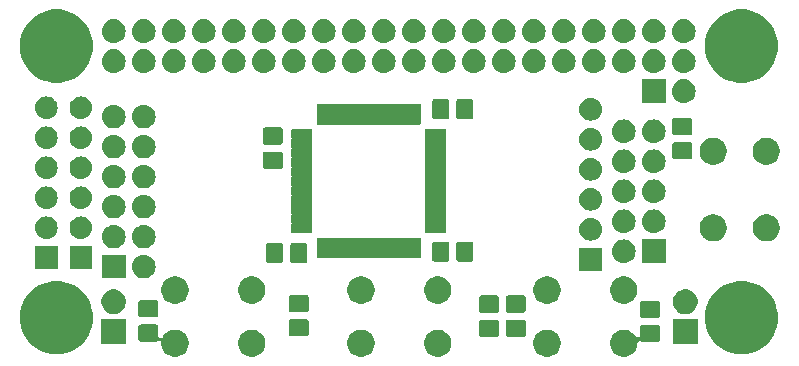
<source format=gts>
G04 #@! TF.GenerationSoftware,KiCad,Pcbnew,(5.1.4)-1*
G04 #@! TF.CreationDate,2020-09-08T19:59:54+01:00*
G04 #@! TF.ProjectId,rgb-to-hdmi,7267622d-746f-42d6-9864-6d692e6b6963,rev?*
G04 #@! TF.SameCoordinates,Original*
G04 #@! TF.FileFunction,Soldermask,Top*
G04 #@! TF.FilePolarity,Negative*
%FSLAX46Y46*%
G04 Gerber Fmt 4.6, Leading zero omitted, Abs format (unit mm)*
G04 Created by KiCad (PCBNEW (5.1.4)-1) date 2020-09-08 19:59:54*
%MOMM*%
%LPD*%
G04 APERTURE LIST*
%ADD10C,0.100000*%
G04 APERTURE END LIST*
D10*
G36*
X70454080Y-51597594D02*
G01*
X70491825Y-51609044D01*
X70526613Y-51627638D01*
X70557101Y-51652659D01*
X70582122Y-51683147D01*
X70600716Y-51717935D01*
X70612166Y-51755680D01*
X70617000Y-51804760D01*
X70617000Y-52830760D01*
X70612166Y-52879840D01*
X70600716Y-52917585D01*
X70582122Y-52952373D01*
X70557101Y-52982861D01*
X70526613Y-53007882D01*
X70491825Y-53026476D01*
X70454080Y-53037926D01*
X70405000Y-53042760D01*
X69129000Y-53042760D01*
X69079920Y-53037926D01*
X69042176Y-53026476D01*
X68996276Y-53001943D01*
X68960053Y-52986940D01*
X68921600Y-52979292D01*
X68882393Y-52979292D01*
X68843940Y-52986942D01*
X68807718Y-53001946D01*
X68775119Y-53023728D01*
X68747396Y-53051452D01*
X68725614Y-53084051D01*
X68710611Y-53120274D01*
X68702000Y-53178328D01*
X68702000Y-53260225D01*
X68657806Y-53482403D01*
X68571118Y-53691688D01*
X68445264Y-53880041D01*
X68285081Y-54040224D01*
X68096728Y-54166078D01*
X67887443Y-54252766D01*
X67665265Y-54296960D01*
X67438735Y-54296960D01*
X67216557Y-54252766D01*
X67007272Y-54166078D01*
X66818919Y-54040224D01*
X66658736Y-53880041D01*
X66532882Y-53691688D01*
X66446194Y-53482403D01*
X66402000Y-53260225D01*
X66402000Y-53033695D01*
X66446194Y-52811517D01*
X66532882Y-52602232D01*
X66658736Y-52413879D01*
X66818919Y-52253696D01*
X67007272Y-52127842D01*
X67216557Y-52041154D01*
X67438735Y-51996960D01*
X67665265Y-51996960D01*
X67887443Y-52041154D01*
X68096728Y-52127842D01*
X68285081Y-52253696D01*
X68445266Y-52413881D01*
X68550708Y-52571686D01*
X68575580Y-52601994D01*
X68605887Y-52626866D01*
X68640465Y-52645348D01*
X68677983Y-52656729D01*
X68717001Y-52660572D01*
X68756019Y-52656729D01*
X68793537Y-52645348D01*
X68828114Y-52626866D01*
X68858422Y-52601994D01*
X68883294Y-52571687D01*
X68901776Y-52537109D01*
X68913157Y-52499591D01*
X68917000Y-52460573D01*
X68917000Y-51804760D01*
X68921834Y-51755680D01*
X68933284Y-51717935D01*
X68951878Y-51683147D01*
X68976899Y-51652659D01*
X69007387Y-51627638D01*
X69042175Y-51609044D01*
X69079920Y-51597594D01*
X69129000Y-51592760D01*
X70405000Y-51592760D01*
X70454080Y-51597594D01*
X70454080Y-51597594D01*
G37*
G36*
X61387443Y-52041154D02*
G01*
X61596728Y-52127842D01*
X61785081Y-52253696D01*
X61945264Y-52413879D01*
X62071118Y-52602232D01*
X62157806Y-52811517D01*
X62202000Y-53033695D01*
X62202000Y-53260225D01*
X62157806Y-53482403D01*
X62071118Y-53691688D01*
X61945264Y-53880041D01*
X61785081Y-54040224D01*
X61596728Y-54166078D01*
X61387443Y-54252766D01*
X61165265Y-54296960D01*
X60938735Y-54296960D01*
X60716557Y-54252766D01*
X60507272Y-54166078D01*
X60318919Y-54040224D01*
X60158736Y-53880041D01*
X60032882Y-53691688D01*
X59946194Y-53482403D01*
X59902000Y-53260225D01*
X59902000Y-53033695D01*
X59946194Y-52811517D01*
X60032882Y-52602232D01*
X60158736Y-52413879D01*
X60318919Y-52253696D01*
X60507272Y-52127842D01*
X60716557Y-52041154D01*
X60938735Y-51996960D01*
X61165265Y-51996960D01*
X61387443Y-52041154D01*
X61387443Y-52041154D01*
G37*
G36*
X52139443Y-52041154D02*
G01*
X52348728Y-52127842D01*
X52537081Y-52253696D01*
X52697264Y-52413879D01*
X52823118Y-52602232D01*
X52909806Y-52811517D01*
X52954000Y-53033695D01*
X52954000Y-53260225D01*
X52909806Y-53482403D01*
X52823118Y-53691688D01*
X52697264Y-53880041D01*
X52537081Y-54040224D01*
X52348728Y-54166078D01*
X52139443Y-54252766D01*
X51917265Y-54296960D01*
X51690735Y-54296960D01*
X51468557Y-54252766D01*
X51259272Y-54166078D01*
X51070919Y-54040224D01*
X50910736Y-53880041D01*
X50784882Y-53691688D01*
X50698194Y-53482403D01*
X50654000Y-53260225D01*
X50654000Y-53033695D01*
X50698194Y-52811517D01*
X50784882Y-52602232D01*
X50910736Y-52413879D01*
X51070919Y-52253696D01*
X51259272Y-52127842D01*
X51468557Y-52041154D01*
X51690735Y-51996960D01*
X51917265Y-51996960D01*
X52139443Y-52041154D01*
X52139443Y-52041154D01*
G37*
G36*
X45639443Y-52041154D02*
G01*
X45848728Y-52127842D01*
X46037081Y-52253696D01*
X46197264Y-52413879D01*
X46323118Y-52602232D01*
X46409806Y-52811517D01*
X46454000Y-53033695D01*
X46454000Y-53260225D01*
X46409806Y-53482403D01*
X46323118Y-53691688D01*
X46197264Y-53880041D01*
X46037081Y-54040224D01*
X45848728Y-54166078D01*
X45639443Y-54252766D01*
X45417265Y-54296960D01*
X45190735Y-54296960D01*
X44968557Y-54252766D01*
X44759272Y-54166078D01*
X44570919Y-54040224D01*
X44410736Y-53880041D01*
X44284882Y-53691688D01*
X44198194Y-53482403D01*
X44154000Y-53260225D01*
X44154000Y-53033695D01*
X44198194Y-52811517D01*
X44284882Y-52602232D01*
X44410736Y-52413879D01*
X44570919Y-52253696D01*
X44759272Y-52127842D01*
X44968557Y-52041154D01*
X45190735Y-51996960D01*
X45417265Y-51996960D01*
X45639443Y-52041154D01*
X45639443Y-52041154D01*
G37*
G36*
X36391443Y-52041154D02*
G01*
X36600728Y-52127842D01*
X36789081Y-52253696D01*
X36949264Y-52413879D01*
X37075118Y-52602232D01*
X37161806Y-52811517D01*
X37206000Y-53033695D01*
X37206000Y-53260225D01*
X37161806Y-53482403D01*
X37075118Y-53691688D01*
X36949264Y-53880041D01*
X36789081Y-54040224D01*
X36600728Y-54166078D01*
X36391443Y-54252766D01*
X36169265Y-54296960D01*
X35942735Y-54296960D01*
X35720557Y-54252766D01*
X35511272Y-54166078D01*
X35322919Y-54040224D01*
X35162736Y-53880041D01*
X35036882Y-53691688D01*
X34950194Y-53482403D01*
X34906000Y-53260225D01*
X34906000Y-53033695D01*
X34950194Y-52811517D01*
X35036882Y-52602232D01*
X35162736Y-52413879D01*
X35322919Y-52253696D01*
X35511272Y-52127842D01*
X35720557Y-52041154D01*
X35942735Y-51996960D01*
X36169265Y-51996960D01*
X36391443Y-52041154D01*
X36391443Y-52041154D01*
G37*
G36*
X27985280Y-51572194D02*
G01*
X28023025Y-51583644D01*
X28057813Y-51602238D01*
X28088301Y-51627259D01*
X28113322Y-51657747D01*
X28131916Y-51692535D01*
X28143366Y-51730280D01*
X28148200Y-51779360D01*
X28148200Y-52535132D01*
X28152043Y-52574150D01*
X28163424Y-52611668D01*
X28181906Y-52646245D01*
X28206778Y-52676553D01*
X28237086Y-52701425D01*
X28271663Y-52719907D01*
X28309181Y-52731288D01*
X28348199Y-52735131D01*
X28387217Y-52731288D01*
X28424735Y-52719907D01*
X28459312Y-52701425D01*
X28489620Y-52676553D01*
X28514492Y-52646245D01*
X28532974Y-52611667D01*
X28536881Y-52602234D01*
X28662736Y-52413879D01*
X28822919Y-52253696D01*
X29011272Y-52127842D01*
X29220557Y-52041154D01*
X29442735Y-51996960D01*
X29669265Y-51996960D01*
X29891443Y-52041154D01*
X30100728Y-52127842D01*
X30289081Y-52253696D01*
X30449264Y-52413879D01*
X30575118Y-52602232D01*
X30661806Y-52811517D01*
X30706000Y-53033695D01*
X30706000Y-53260225D01*
X30661806Y-53482403D01*
X30575118Y-53691688D01*
X30449264Y-53880041D01*
X30289081Y-54040224D01*
X30100728Y-54166078D01*
X29891443Y-54252766D01*
X29669265Y-54296960D01*
X29442735Y-54296960D01*
X29220557Y-54252766D01*
X29011272Y-54166078D01*
X28822919Y-54040224D01*
X28662736Y-53880041D01*
X28536882Y-53691688D01*
X28450194Y-53482403D01*
X28406000Y-53260225D01*
X28406000Y-53119594D01*
X28402157Y-53080576D01*
X28390776Y-53043058D01*
X28372294Y-53008481D01*
X28347422Y-52978173D01*
X28317114Y-52953301D01*
X28282537Y-52934819D01*
X28245019Y-52923438D01*
X28206001Y-52919595D01*
X28166983Y-52923438D01*
X28129465Y-52934819D01*
X28094888Y-52953301D01*
X28079122Y-52964993D01*
X28057810Y-52982484D01*
X28023025Y-53001076D01*
X27985280Y-53012526D01*
X27936200Y-53017360D01*
X26660200Y-53017360D01*
X26611120Y-53012526D01*
X26573375Y-53001076D01*
X26538587Y-52982482D01*
X26508099Y-52957461D01*
X26483078Y-52926973D01*
X26464484Y-52892185D01*
X26453034Y-52854440D01*
X26448200Y-52805360D01*
X26448200Y-51779360D01*
X26453034Y-51730280D01*
X26464484Y-51692535D01*
X26483078Y-51657747D01*
X26508099Y-51627259D01*
X26538587Y-51602238D01*
X26573375Y-51583644D01*
X26611120Y-51572194D01*
X26660200Y-51567360D01*
X27936200Y-51567360D01*
X27985280Y-51572194D01*
X27985280Y-51572194D01*
G37*
G36*
X20404237Y-48019131D02*
G01*
X20968401Y-48252815D01*
X21476135Y-48592072D01*
X21907928Y-49023865D01*
X22247185Y-49531599D01*
X22415204Y-49937234D01*
X22480869Y-50095763D01*
X22600000Y-50694676D01*
X22600000Y-51305324D01*
X22504120Y-51787348D01*
X22480869Y-51904237D01*
X22247185Y-52468401D01*
X21907928Y-52976135D01*
X21476135Y-53407928D01*
X20968401Y-53747185D01*
X20404237Y-53980869D01*
X19805324Y-54100000D01*
X19194676Y-54100000D01*
X18595763Y-53980869D01*
X18031599Y-53747185D01*
X17523865Y-53407928D01*
X17092072Y-52976135D01*
X16752815Y-52468401D01*
X16519131Y-51904237D01*
X16495880Y-51787348D01*
X16400000Y-51305324D01*
X16400000Y-50694676D01*
X16519131Y-50095763D01*
X16584796Y-49937234D01*
X16752815Y-49531599D01*
X17092072Y-49023865D01*
X17523865Y-48592072D01*
X18031599Y-48252815D01*
X18595763Y-48019131D01*
X19194676Y-47900000D01*
X19805324Y-47900000D01*
X20404237Y-48019131D01*
X20404237Y-48019131D01*
G37*
G36*
X78404237Y-48019131D02*
G01*
X78968401Y-48252815D01*
X79476135Y-48592072D01*
X79907928Y-49023865D01*
X80247185Y-49531599D01*
X80415204Y-49937234D01*
X80480869Y-50095763D01*
X80600000Y-50694676D01*
X80600000Y-51305324D01*
X80504120Y-51787348D01*
X80480869Y-51904237D01*
X80247185Y-52468401D01*
X79907928Y-52976135D01*
X79476135Y-53407928D01*
X78968401Y-53747185D01*
X78404237Y-53980869D01*
X77805324Y-54100000D01*
X77194676Y-54100000D01*
X76595763Y-53980869D01*
X76031599Y-53747185D01*
X75523865Y-53407928D01*
X75092072Y-52976135D01*
X74752815Y-52468401D01*
X74519131Y-51904237D01*
X74495880Y-51787348D01*
X74400000Y-51305324D01*
X74400000Y-50694676D01*
X74519131Y-50095763D01*
X74584796Y-49937234D01*
X74752815Y-49531599D01*
X75092072Y-49023865D01*
X75523865Y-48592072D01*
X76031599Y-48252815D01*
X76595763Y-48019131D01*
X77194676Y-47900000D01*
X77805324Y-47900000D01*
X78404237Y-48019131D01*
X78404237Y-48019131D01*
G37*
G36*
X25399000Y-53220960D02*
G01*
X23299000Y-53220960D01*
X23299000Y-51120960D01*
X25399000Y-51120960D01*
X25399000Y-53220960D01*
X25399000Y-53220960D01*
G37*
G36*
X73809000Y-53220960D02*
G01*
X71709000Y-53220960D01*
X71709000Y-51120960D01*
X73809000Y-51120960D01*
X73809000Y-53220960D01*
X73809000Y-53220960D01*
G37*
G36*
X59095080Y-51165794D02*
G01*
X59132825Y-51177244D01*
X59167613Y-51195838D01*
X59198101Y-51220859D01*
X59223122Y-51251347D01*
X59241716Y-51286135D01*
X59253166Y-51323880D01*
X59258000Y-51372960D01*
X59258000Y-52398960D01*
X59253166Y-52448040D01*
X59241716Y-52485785D01*
X59223122Y-52520573D01*
X59198101Y-52551061D01*
X59167613Y-52576082D01*
X59132825Y-52594676D01*
X59095080Y-52606126D01*
X59046000Y-52610960D01*
X57770000Y-52610960D01*
X57720920Y-52606126D01*
X57683175Y-52594676D01*
X57648387Y-52576082D01*
X57617899Y-52551061D01*
X57592878Y-52520573D01*
X57574284Y-52485785D01*
X57562834Y-52448040D01*
X57558000Y-52398960D01*
X57558000Y-51372960D01*
X57562834Y-51323880D01*
X57574284Y-51286135D01*
X57592878Y-51251347D01*
X57617899Y-51220859D01*
X57648387Y-51195838D01*
X57683175Y-51177244D01*
X57720920Y-51165794D01*
X57770000Y-51160960D01*
X59046000Y-51160960D01*
X59095080Y-51165794D01*
X59095080Y-51165794D01*
G37*
G36*
X56821780Y-51165794D02*
G01*
X56859525Y-51177244D01*
X56894313Y-51195838D01*
X56924801Y-51220859D01*
X56949822Y-51251347D01*
X56968416Y-51286135D01*
X56979866Y-51323880D01*
X56984700Y-51372960D01*
X56984700Y-52398960D01*
X56979866Y-52448040D01*
X56968416Y-52485785D01*
X56949822Y-52520573D01*
X56924801Y-52551061D01*
X56894313Y-52576082D01*
X56859525Y-52594676D01*
X56821780Y-52606126D01*
X56772700Y-52610960D01*
X55496700Y-52610960D01*
X55447620Y-52606126D01*
X55409875Y-52594676D01*
X55375087Y-52576082D01*
X55344599Y-52551061D01*
X55319578Y-52520573D01*
X55300984Y-52485785D01*
X55289534Y-52448040D01*
X55284700Y-52398960D01*
X55284700Y-51372960D01*
X55289534Y-51323880D01*
X55300984Y-51286135D01*
X55319578Y-51251347D01*
X55344599Y-51220859D01*
X55375087Y-51195838D01*
X55409875Y-51177244D01*
X55447620Y-51165794D01*
X55496700Y-51160960D01*
X56772700Y-51160960D01*
X56821780Y-51165794D01*
X56821780Y-51165794D01*
G37*
G36*
X40710680Y-51131394D02*
G01*
X40748425Y-51142844D01*
X40783213Y-51161438D01*
X40813701Y-51186459D01*
X40838722Y-51216947D01*
X40857316Y-51251735D01*
X40868766Y-51289480D01*
X40873600Y-51338560D01*
X40873600Y-52364560D01*
X40868766Y-52413640D01*
X40857316Y-52451385D01*
X40838722Y-52486173D01*
X40813701Y-52516661D01*
X40783213Y-52541682D01*
X40748425Y-52560276D01*
X40710680Y-52571726D01*
X40661600Y-52576560D01*
X39385600Y-52576560D01*
X39336520Y-52571726D01*
X39298775Y-52560276D01*
X39263987Y-52541682D01*
X39233499Y-52516661D01*
X39208478Y-52486173D01*
X39189884Y-52451385D01*
X39178434Y-52413640D01*
X39173600Y-52364560D01*
X39173600Y-51338560D01*
X39178434Y-51289480D01*
X39189884Y-51251735D01*
X39208478Y-51216947D01*
X39233499Y-51186459D01*
X39263987Y-51161438D01*
X39298775Y-51142844D01*
X39336520Y-51131394D01*
X39385600Y-51126560D01*
X40661600Y-51126560D01*
X40710680Y-51131394D01*
X40710680Y-51131394D01*
G37*
G36*
X70454080Y-49547594D02*
G01*
X70491825Y-49559044D01*
X70526613Y-49577638D01*
X70557101Y-49602659D01*
X70582122Y-49633147D01*
X70600716Y-49667935D01*
X70612166Y-49705680D01*
X70617000Y-49754760D01*
X70617000Y-50780760D01*
X70612166Y-50829840D01*
X70600716Y-50867585D01*
X70582122Y-50902373D01*
X70557101Y-50932861D01*
X70526613Y-50957882D01*
X70491825Y-50976476D01*
X70454080Y-50987926D01*
X70405000Y-50992760D01*
X69129000Y-50992760D01*
X69079920Y-50987926D01*
X69042175Y-50976476D01*
X69007387Y-50957882D01*
X68976899Y-50932861D01*
X68951878Y-50902373D01*
X68933284Y-50867585D01*
X68921834Y-50829840D01*
X68917000Y-50780760D01*
X68917000Y-49754760D01*
X68921834Y-49705680D01*
X68933284Y-49667935D01*
X68951878Y-49633147D01*
X68976899Y-49602659D01*
X69007387Y-49577638D01*
X69042175Y-49559044D01*
X69079920Y-49547594D01*
X69129000Y-49542760D01*
X70405000Y-49542760D01*
X70454080Y-49547594D01*
X70454080Y-49547594D01*
G37*
G36*
X27985280Y-49522194D02*
G01*
X28023025Y-49533644D01*
X28057813Y-49552238D01*
X28088301Y-49577259D01*
X28113322Y-49607747D01*
X28131916Y-49642535D01*
X28143366Y-49680280D01*
X28148200Y-49729360D01*
X28148200Y-50755360D01*
X28143366Y-50804440D01*
X28131916Y-50842185D01*
X28113322Y-50876973D01*
X28088301Y-50907461D01*
X28057813Y-50932482D01*
X28023025Y-50951076D01*
X27985280Y-50962526D01*
X27936200Y-50967360D01*
X26660200Y-50967360D01*
X26611120Y-50962526D01*
X26573375Y-50951076D01*
X26538587Y-50932482D01*
X26508099Y-50907461D01*
X26483078Y-50876973D01*
X26464484Y-50842185D01*
X26453034Y-50804440D01*
X26448200Y-50755360D01*
X26448200Y-49729360D01*
X26453034Y-49680280D01*
X26464484Y-49642535D01*
X26483078Y-49607747D01*
X26508099Y-49577259D01*
X26538587Y-49552238D01*
X26573375Y-49533644D01*
X26611120Y-49522194D01*
X26660200Y-49517360D01*
X27936200Y-49517360D01*
X27985280Y-49522194D01*
X27985280Y-49522194D01*
G37*
G36*
X24655274Y-48621310D02*
G01*
X24846362Y-48700462D01*
X25018336Y-48815371D01*
X25164589Y-48961624D01*
X25279498Y-49133598D01*
X25358650Y-49324686D01*
X25399000Y-49527544D01*
X25399000Y-49734376D01*
X25358650Y-49937234D01*
X25279498Y-50128322D01*
X25164589Y-50300296D01*
X25018336Y-50446549D01*
X24846362Y-50561458D01*
X24655274Y-50640610D01*
X24452416Y-50680960D01*
X24245584Y-50680960D01*
X24042726Y-50640610D01*
X23851638Y-50561458D01*
X23679664Y-50446549D01*
X23533411Y-50300296D01*
X23418502Y-50128322D01*
X23339350Y-49937234D01*
X23299000Y-49734376D01*
X23299000Y-49527544D01*
X23339350Y-49324686D01*
X23418502Y-49133598D01*
X23533411Y-48961624D01*
X23679664Y-48815371D01*
X23851638Y-48700462D01*
X24042726Y-48621310D01*
X24245584Y-48580960D01*
X24452416Y-48580960D01*
X24655274Y-48621310D01*
X24655274Y-48621310D01*
G37*
G36*
X73065274Y-48621310D02*
G01*
X73256362Y-48700462D01*
X73428336Y-48815371D01*
X73574589Y-48961624D01*
X73689498Y-49133598D01*
X73768650Y-49324686D01*
X73809000Y-49527544D01*
X73809000Y-49734376D01*
X73768650Y-49937234D01*
X73689498Y-50128322D01*
X73574589Y-50300296D01*
X73428336Y-50446549D01*
X73256362Y-50561458D01*
X73065274Y-50640610D01*
X72862416Y-50680960D01*
X72655584Y-50680960D01*
X72452726Y-50640610D01*
X72261638Y-50561458D01*
X72089664Y-50446549D01*
X71943411Y-50300296D01*
X71828502Y-50128322D01*
X71749350Y-49937234D01*
X71709000Y-49734376D01*
X71709000Y-49527544D01*
X71749350Y-49324686D01*
X71828502Y-49133598D01*
X71943411Y-48961624D01*
X72089664Y-48815371D01*
X72261638Y-48700462D01*
X72452726Y-48621310D01*
X72655584Y-48580960D01*
X72862416Y-48580960D01*
X73065274Y-48621310D01*
X73065274Y-48621310D01*
G37*
G36*
X59095080Y-49115794D02*
G01*
X59132825Y-49127244D01*
X59167613Y-49145838D01*
X59198101Y-49170859D01*
X59223122Y-49201347D01*
X59241716Y-49236135D01*
X59253166Y-49273880D01*
X59258000Y-49322960D01*
X59258000Y-50348960D01*
X59253166Y-50398040D01*
X59241716Y-50435785D01*
X59223122Y-50470573D01*
X59198101Y-50501061D01*
X59167613Y-50526082D01*
X59132825Y-50544676D01*
X59095080Y-50556126D01*
X59046000Y-50560960D01*
X57770000Y-50560960D01*
X57720920Y-50556126D01*
X57683175Y-50544676D01*
X57648387Y-50526082D01*
X57617899Y-50501061D01*
X57592878Y-50470573D01*
X57574284Y-50435785D01*
X57562834Y-50398040D01*
X57558000Y-50348960D01*
X57558000Y-49322960D01*
X57562834Y-49273880D01*
X57574284Y-49236135D01*
X57592878Y-49201347D01*
X57617899Y-49170859D01*
X57648387Y-49145838D01*
X57683175Y-49127244D01*
X57720920Y-49115794D01*
X57770000Y-49110960D01*
X59046000Y-49110960D01*
X59095080Y-49115794D01*
X59095080Y-49115794D01*
G37*
G36*
X56821780Y-49115794D02*
G01*
X56859525Y-49127244D01*
X56894313Y-49145838D01*
X56924801Y-49170859D01*
X56949822Y-49201347D01*
X56968416Y-49236135D01*
X56979866Y-49273880D01*
X56984700Y-49322960D01*
X56984700Y-50348960D01*
X56979866Y-50398040D01*
X56968416Y-50435785D01*
X56949822Y-50470573D01*
X56924801Y-50501061D01*
X56894313Y-50526082D01*
X56859525Y-50544676D01*
X56821780Y-50556126D01*
X56772700Y-50560960D01*
X55496700Y-50560960D01*
X55447620Y-50556126D01*
X55409875Y-50544676D01*
X55375087Y-50526082D01*
X55344599Y-50501061D01*
X55319578Y-50470573D01*
X55300984Y-50435785D01*
X55289534Y-50398040D01*
X55284700Y-50348960D01*
X55284700Y-49322960D01*
X55289534Y-49273880D01*
X55300984Y-49236135D01*
X55319578Y-49201347D01*
X55344599Y-49170859D01*
X55375087Y-49145838D01*
X55409875Y-49127244D01*
X55447620Y-49115794D01*
X55496700Y-49110960D01*
X56772700Y-49110960D01*
X56821780Y-49115794D01*
X56821780Y-49115794D01*
G37*
G36*
X40710680Y-49081394D02*
G01*
X40748425Y-49092844D01*
X40783213Y-49111438D01*
X40813701Y-49136459D01*
X40838722Y-49166947D01*
X40857316Y-49201735D01*
X40868766Y-49239480D01*
X40873600Y-49288560D01*
X40873600Y-50314560D01*
X40868766Y-50363640D01*
X40857316Y-50401385D01*
X40838722Y-50436173D01*
X40813701Y-50466661D01*
X40783213Y-50491682D01*
X40748425Y-50510276D01*
X40710680Y-50521726D01*
X40661600Y-50526560D01*
X39385600Y-50526560D01*
X39336520Y-50521726D01*
X39298775Y-50510276D01*
X39263987Y-50491682D01*
X39233499Y-50466661D01*
X39208478Y-50436173D01*
X39189884Y-50401385D01*
X39178434Y-50363640D01*
X39173600Y-50314560D01*
X39173600Y-49288560D01*
X39178434Y-49239480D01*
X39189884Y-49201735D01*
X39208478Y-49166947D01*
X39233499Y-49136459D01*
X39263987Y-49111438D01*
X39298775Y-49092844D01*
X39336520Y-49081394D01*
X39385600Y-49076560D01*
X40661600Y-49076560D01*
X40710680Y-49081394D01*
X40710680Y-49081394D01*
G37*
G36*
X67887443Y-47541154D02*
G01*
X68096728Y-47627842D01*
X68285081Y-47753696D01*
X68445264Y-47913879D01*
X68571118Y-48102232D01*
X68657806Y-48311517D01*
X68702000Y-48533695D01*
X68702000Y-48760225D01*
X68657806Y-48982403D01*
X68571118Y-49191688D01*
X68445264Y-49380041D01*
X68285081Y-49540224D01*
X68096728Y-49666078D01*
X67887443Y-49752766D01*
X67665265Y-49796960D01*
X67438735Y-49796960D01*
X67216557Y-49752766D01*
X67007272Y-49666078D01*
X66818919Y-49540224D01*
X66658736Y-49380041D01*
X66532882Y-49191688D01*
X66446194Y-48982403D01*
X66402000Y-48760225D01*
X66402000Y-48533695D01*
X66446194Y-48311517D01*
X66532882Y-48102232D01*
X66658736Y-47913879D01*
X66818919Y-47753696D01*
X67007272Y-47627842D01*
X67216557Y-47541154D01*
X67438735Y-47496960D01*
X67665265Y-47496960D01*
X67887443Y-47541154D01*
X67887443Y-47541154D01*
G37*
G36*
X29891443Y-47541154D02*
G01*
X30100728Y-47627842D01*
X30289081Y-47753696D01*
X30449264Y-47913879D01*
X30575118Y-48102232D01*
X30661806Y-48311517D01*
X30706000Y-48533695D01*
X30706000Y-48760225D01*
X30661806Y-48982403D01*
X30575118Y-49191688D01*
X30449264Y-49380041D01*
X30289081Y-49540224D01*
X30100728Y-49666078D01*
X29891443Y-49752766D01*
X29669265Y-49796960D01*
X29442735Y-49796960D01*
X29220557Y-49752766D01*
X29011272Y-49666078D01*
X28822919Y-49540224D01*
X28662736Y-49380041D01*
X28536882Y-49191688D01*
X28450194Y-48982403D01*
X28406000Y-48760225D01*
X28406000Y-48533695D01*
X28450194Y-48311517D01*
X28536882Y-48102232D01*
X28662736Y-47913879D01*
X28822919Y-47753696D01*
X29011272Y-47627842D01*
X29220557Y-47541154D01*
X29442735Y-47496960D01*
X29669265Y-47496960D01*
X29891443Y-47541154D01*
X29891443Y-47541154D01*
G37*
G36*
X36391443Y-47541154D02*
G01*
X36600728Y-47627842D01*
X36789081Y-47753696D01*
X36949264Y-47913879D01*
X37075118Y-48102232D01*
X37161806Y-48311517D01*
X37206000Y-48533695D01*
X37206000Y-48760225D01*
X37161806Y-48982403D01*
X37075118Y-49191688D01*
X36949264Y-49380041D01*
X36789081Y-49540224D01*
X36600728Y-49666078D01*
X36391443Y-49752766D01*
X36169265Y-49796960D01*
X35942735Y-49796960D01*
X35720557Y-49752766D01*
X35511272Y-49666078D01*
X35322919Y-49540224D01*
X35162736Y-49380041D01*
X35036882Y-49191688D01*
X34950194Y-48982403D01*
X34906000Y-48760225D01*
X34906000Y-48533695D01*
X34950194Y-48311517D01*
X35036882Y-48102232D01*
X35162736Y-47913879D01*
X35322919Y-47753696D01*
X35511272Y-47627842D01*
X35720557Y-47541154D01*
X35942735Y-47496960D01*
X36169265Y-47496960D01*
X36391443Y-47541154D01*
X36391443Y-47541154D01*
G37*
G36*
X45639443Y-47541154D02*
G01*
X45848728Y-47627842D01*
X46037081Y-47753696D01*
X46197264Y-47913879D01*
X46323118Y-48102232D01*
X46409806Y-48311517D01*
X46454000Y-48533695D01*
X46454000Y-48760225D01*
X46409806Y-48982403D01*
X46323118Y-49191688D01*
X46197264Y-49380041D01*
X46037081Y-49540224D01*
X45848728Y-49666078D01*
X45639443Y-49752766D01*
X45417265Y-49796960D01*
X45190735Y-49796960D01*
X44968557Y-49752766D01*
X44759272Y-49666078D01*
X44570919Y-49540224D01*
X44410736Y-49380041D01*
X44284882Y-49191688D01*
X44198194Y-48982403D01*
X44154000Y-48760225D01*
X44154000Y-48533695D01*
X44198194Y-48311517D01*
X44284882Y-48102232D01*
X44410736Y-47913879D01*
X44570919Y-47753696D01*
X44759272Y-47627842D01*
X44968557Y-47541154D01*
X45190735Y-47496960D01*
X45417265Y-47496960D01*
X45639443Y-47541154D01*
X45639443Y-47541154D01*
G37*
G36*
X52139443Y-47541154D02*
G01*
X52348728Y-47627842D01*
X52537081Y-47753696D01*
X52697264Y-47913879D01*
X52823118Y-48102232D01*
X52909806Y-48311517D01*
X52954000Y-48533695D01*
X52954000Y-48760225D01*
X52909806Y-48982403D01*
X52823118Y-49191688D01*
X52697264Y-49380041D01*
X52537081Y-49540224D01*
X52348728Y-49666078D01*
X52139443Y-49752766D01*
X51917265Y-49796960D01*
X51690735Y-49796960D01*
X51468557Y-49752766D01*
X51259272Y-49666078D01*
X51070919Y-49540224D01*
X50910736Y-49380041D01*
X50784882Y-49191688D01*
X50698194Y-48982403D01*
X50654000Y-48760225D01*
X50654000Y-48533695D01*
X50698194Y-48311517D01*
X50784882Y-48102232D01*
X50910736Y-47913879D01*
X51070919Y-47753696D01*
X51259272Y-47627842D01*
X51468557Y-47541154D01*
X51690735Y-47496960D01*
X51917265Y-47496960D01*
X52139443Y-47541154D01*
X52139443Y-47541154D01*
G37*
G36*
X61387443Y-47541154D02*
G01*
X61596728Y-47627842D01*
X61785081Y-47753696D01*
X61945264Y-47913879D01*
X62071118Y-48102232D01*
X62157806Y-48311517D01*
X62202000Y-48533695D01*
X62202000Y-48760225D01*
X62157806Y-48982403D01*
X62071118Y-49191688D01*
X61945264Y-49380041D01*
X61785081Y-49540224D01*
X61596728Y-49666078D01*
X61387443Y-49752766D01*
X61165265Y-49796960D01*
X60938735Y-49796960D01*
X60716557Y-49752766D01*
X60507272Y-49666078D01*
X60318919Y-49540224D01*
X60158736Y-49380041D01*
X60032882Y-49191688D01*
X59946194Y-48982403D01*
X59902000Y-48760225D01*
X59902000Y-48533695D01*
X59946194Y-48311517D01*
X60032882Y-48102232D01*
X60158736Y-47913879D01*
X60318919Y-47753696D01*
X60507272Y-47627842D01*
X60716557Y-47541154D01*
X60938735Y-47496960D01*
X61165265Y-47496960D01*
X61387443Y-47541154D01*
X61387443Y-47541154D01*
G37*
G36*
X27108036Y-45684429D02*
G01*
X27296533Y-45741609D01*
X27458265Y-45828058D01*
X27470258Y-45834468D01*
X27622528Y-45959432D01*
X27747492Y-46111702D01*
X27747493Y-46111704D01*
X27840351Y-46285427D01*
X27897531Y-46473924D01*
X27916838Y-46669960D01*
X27897531Y-46865996D01*
X27840351Y-47054493D01*
X27753902Y-47216225D01*
X27747492Y-47228218D01*
X27622528Y-47380488D01*
X27470258Y-47505452D01*
X27470256Y-47505453D01*
X27296533Y-47598311D01*
X27108036Y-47655491D01*
X26961125Y-47669960D01*
X26862875Y-47669960D01*
X26715964Y-47655491D01*
X26527467Y-47598311D01*
X26353744Y-47505453D01*
X26353742Y-47505452D01*
X26201472Y-47380488D01*
X26076508Y-47228218D01*
X26070098Y-47216225D01*
X25983649Y-47054493D01*
X25926469Y-46865996D01*
X25907162Y-46669960D01*
X25926469Y-46473924D01*
X25983649Y-46285427D01*
X26076507Y-46111704D01*
X26076508Y-46111702D01*
X26201472Y-45959432D01*
X26353742Y-45834468D01*
X26365735Y-45828058D01*
X26527467Y-45741609D01*
X26715964Y-45684429D01*
X26862875Y-45669960D01*
X26961125Y-45669960D01*
X27108036Y-45684429D01*
X27108036Y-45684429D01*
G37*
G36*
X25372000Y-47669960D02*
G01*
X23372000Y-47669960D01*
X23372000Y-45669960D01*
X25372000Y-45669960D01*
X25372000Y-47669960D01*
X25372000Y-47669960D01*
G37*
G36*
X65687800Y-47010360D02*
G01*
X63787800Y-47010360D01*
X63787800Y-45110360D01*
X65687800Y-45110360D01*
X65687800Y-47010360D01*
X65687800Y-47010360D01*
G37*
G36*
X19607000Y-46857960D02*
G01*
X17707000Y-46857960D01*
X17707000Y-44957960D01*
X19607000Y-44957960D01*
X19607000Y-46857960D01*
X19607000Y-46857960D01*
G37*
G36*
X22528000Y-46857960D02*
G01*
X20628000Y-46857960D01*
X20628000Y-44957960D01*
X22528000Y-44957960D01*
X22528000Y-46857960D01*
X22528000Y-46857960D01*
G37*
G36*
X38539480Y-44681794D02*
G01*
X38577225Y-44693244D01*
X38612013Y-44711838D01*
X38642501Y-44736859D01*
X38667522Y-44767347D01*
X38686116Y-44802135D01*
X38697566Y-44839880D01*
X38702400Y-44888960D01*
X38702400Y-46164960D01*
X38697566Y-46214040D01*
X38686116Y-46251785D01*
X38667522Y-46286573D01*
X38642501Y-46317061D01*
X38612013Y-46342082D01*
X38577225Y-46360676D01*
X38539480Y-46372126D01*
X38490400Y-46376960D01*
X37464400Y-46376960D01*
X37415320Y-46372126D01*
X37377575Y-46360676D01*
X37342787Y-46342082D01*
X37312299Y-46317061D01*
X37287278Y-46286573D01*
X37268684Y-46251785D01*
X37257234Y-46214040D01*
X37252400Y-46164960D01*
X37252400Y-44888960D01*
X37257234Y-44839880D01*
X37268684Y-44802135D01*
X37287278Y-44767347D01*
X37312299Y-44736859D01*
X37342787Y-44711838D01*
X37377575Y-44693244D01*
X37415320Y-44681794D01*
X37464400Y-44676960D01*
X38490400Y-44676960D01*
X38539480Y-44681794D01*
X38539480Y-44681794D01*
G37*
G36*
X40589480Y-44681794D02*
G01*
X40627225Y-44693244D01*
X40662013Y-44711838D01*
X40692501Y-44736859D01*
X40717522Y-44767347D01*
X40736116Y-44802135D01*
X40747566Y-44839880D01*
X40752400Y-44888960D01*
X40752400Y-46164960D01*
X40747566Y-46214040D01*
X40736116Y-46251785D01*
X40717522Y-46286573D01*
X40692501Y-46317061D01*
X40662013Y-46342082D01*
X40627225Y-46360676D01*
X40589480Y-46372126D01*
X40540400Y-46376960D01*
X39514400Y-46376960D01*
X39465320Y-46372126D01*
X39427575Y-46360676D01*
X39392787Y-46342082D01*
X39362299Y-46317061D01*
X39337278Y-46286573D01*
X39318684Y-46251785D01*
X39307234Y-46214040D01*
X39302400Y-46164960D01*
X39302400Y-44888960D01*
X39307234Y-44839880D01*
X39318684Y-44802135D01*
X39337278Y-44767347D01*
X39362299Y-44736859D01*
X39392787Y-44711838D01*
X39427575Y-44693244D01*
X39465320Y-44681794D01*
X39514400Y-44676960D01*
X40540400Y-44676960D01*
X40589480Y-44681794D01*
X40589480Y-44681794D01*
G37*
G36*
X67753236Y-44389029D02*
G01*
X67941733Y-44446209D01*
X68103465Y-44532658D01*
X68115458Y-44539068D01*
X68267728Y-44664032D01*
X68392692Y-44816302D01*
X68392693Y-44816304D01*
X68485551Y-44990027D01*
X68542731Y-45178524D01*
X68562038Y-45374560D01*
X68542731Y-45570596D01*
X68485551Y-45759093D01*
X68415462Y-45890219D01*
X68392692Y-45932818D01*
X68267728Y-46085088D01*
X68115458Y-46210052D01*
X68115456Y-46210053D01*
X67941733Y-46302911D01*
X67753236Y-46360091D01*
X67606325Y-46374560D01*
X67508075Y-46374560D01*
X67361164Y-46360091D01*
X67172667Y-46302911D01*
X66998944Y-46210053D01*
X66998942Y-46210052D01*
X66846672Y-46085088D01*
X66721708Y-45932818D01*
X66698938Y-45890219D01*
X66628849Y-45759093D01*
X66571669Y-45570596D01*
X66552362Y-45374560D01*
X66571669Y-45178524D01*
X66628849Y-44990027D01*
X66721707Y-44816304D01*
X66721708Y-44816302D01*
X66846672Y-44664032D01*
X66998942Y-44539068D01*
X67010935Y-44532658D01*
X67172667Y-44446209D01*
X67361164Y-44389029D01*
X67508075Y-44374560D01*
X67606325Y-44374560D01*
X67753236Y-44389029D01*
X67753236Y-44389029D01*
G37*
G36*
X71097200Y-46374560D02*
G01*
X69097200Y-46374560D01*
X69097200Y-44374560D01*
X71097200Y-44374560D01*
X71097200Y-46374560D01*
X71097200Y-46374560D01*
G37*
G36*
X54661080Y-44554794D02*
G01*
X54698825Y-44566244D01*
X54733613Y-44584838D01*
X54764101Y-44609859D01*
X54789122Y-44640347D01*
X54807716Y-44675135D01*
X54819166Y-44712880D01*
X54824000Y-44761960D01*
X54824000Y-46037960D01*
X54819166Y-46087040D01*
X54807716Y-46124785D01*
X54789122Y-46159573D01*
X54764101Y-46190061D01*
X54733613Y-46215082D01*
X54698825Y-46233676D01*
X54661080Y-46245126D01*
X54612000Y-46249960D01*
X53586000Y-46249960D01*
X53536920Y-46245126D01*
X53499175Y-46233676D01*
X53464387Y-46215082D01*
X53433899Y-46190061D01*
X53408878Y-46159573D01*
X53390284Y-46124785D01*
X53378834Y-46087040D01*
X53374000Y-46037960D01*
X53374000Y-44761960D01*
X53378834Y-44712880D01*
X53390284Y-44675135D01*
X53408878Y-44640347D01*
X53433899Y-44609859D01*
X53464387Y-44584838D01*
X53499175Y-44566244D01*
X53536920Y-44554794D01*
X53586000Y-44549960D01*
X54612000Y-44549960D01*
X54661080Y-44554794D01*
X54661080Y-44554794D01*
G37*
G36*
X52611080Y-44554794D02*
G01*
X52648825Y-44566244D01*
X52683613Y-44584838D01*
X52714101Y-44609859D01*
X52739122Y-44640347D01*
X52757716Y-44675135D01*
X52769166Y-44712880D01*
X52774000Y-44761960D01*
X52774000Y-46037960D01*
X52769166Y-46087040D01*
X52757716Y-46124785D01*
X52739122Y-46159573D01*
X52714101Y-46190061D01*
X52683613Y-46215082D01*
X52648825Y-46233676D01*
X52611080Y-46245126D01*
X52562000Y-46249960D01*
X51536000Y-46249960D01*
X51486920Y-46245126D01*
X51449175Y-46233676D01*
X51414387Y-46215082D01*
X51383899Y-46190061D01*
X51358878Y-46159573D01*
X51340284Y-46124785D01*
X51328834Y-46087040D01*
X51324000Y-46037960D01*
X51324000Y-44761960D01*
X51328834Y-44712880D01*
X51340284Y-44675135D01*
X51358878Y-44640347D01*
X51383899Y-44609859D01*
X51414387Y-44584838D01*
X51449175Y-44566244D01*
X51486920Y-44554794D01*
X51536000Y-44549960D01*
X52562000Y-44549960D01*
X52611080Y-44554794D01*
X52611080Y-44554794D01*
G37*
G36*
X42296260Y-44209071D02*
G01*
X42303943Y-44211402D01*
X42342397Y-44219051D01*
X42381603Y-44219051D01*
X42420057Y-44211402D01*
X42427740Y-44209071D01*
X42459328Y-44205960D01*
X43064672Y-44205960D01*
X43096260Y-44209071D01*
X43103943Y-44211402D01*
X43142397Y-44219051D01*
X43181603Y-44219051D01*
X43220057Y-44211402D01*
X43227740Y-44209071D01*
X43259328Y-44205960D01*
X43864672Y-44205960D01*
X43896260Y-44209071D01*
X43903943Y-44211402D01*
X43942397Y-44219051D01*
X43981603Y-44219051D01*
X44020057Y-44211402D01*
X44027740Y-44209071D01*
X44059328Y-44205960D01*
X44664672Y-44205960D01*
X44696260Y-44209071D01*
X44703943Y-44211402D01*
X44742397Y-44219051D01*
X44781603Y-44219051D01*
X44820057Y-44211402D01*
X44827740Y-44209071D01*
X44859328Y-44205960D01*
X45464672Y-44205960D01*
X45496260Y-44209071D01*
X45503943Y-44211402D01*
X45542397Y-44219051D01*
X45581603Y-44219051D01*
X45620057Y-44211402D01*
X45627740Y-44209071D01*
X45659328Y-44205960D01*
X46264672Y-44205960D01*
X46296260Y-44209071D01*
X46303943Y-44211402D01*
X46342397Y-44219051D01*
X46381603Y-44219051D01*
X46420057Y-44211402D01*
X46427740Y-44209071D01*
X46459328Y-44205960D01*
X47064672Y-44205960D01*
X47096260Y-44209071D01*
X47103943Y-44211402D01*
X47142397Y-44219051D01*
X47181603Y-44219051D01*
X47220057Y-44211402D01*
X47227740Y-44209071D01*
X47259328Y-44205960D01*
X47864672Y-44205960D01*
X47896260Y-44209071D01*
X47903943Y-44211402D01*
X47942397Y-44219051D01*
X47981603Y-44219051D01*
X48020057Y-44211402D01*
X48027740Y-44209071D01*
X48059328Y-44205960D01*
X48664672Y-44205960D01*
X48696260Y-44209071D01*
X48703943Y-44211402D01*
X48742397Y-44219051D01*
X48781603Y-44219051D01*
X48820057Y-44211402D01*
X48827740Y-44209071D01*
X48859328Y-44205960D01*
X49464672Y-44205960D01*
X49496260Y-44209071D01*
X49503943Y-44211402D01*
X49542397Y-44219051D01*
X49581603Y-44219051D01*
X49620057Y-44211402D01*
X49627740Y-44209071D01*
X49659328Y-44205960D01*
X50264672Y-44205960D01*
X50296259Y-44209071D01*
X50317182Y-44215418D01*
X50336461Y-44225723D01*
X50353365Y-44239595D01*
X50367237Y-44256499D01*
X50377542Y-44275778D01*
X50383889Y-44296701D01*
X50387000Y-44328288D01*
X50387000Y-45858632D01*
X50383889Y-45890219D01*
X50377542Y-45911142D01*
X50367237Y-45930421D01*
X50353365Y-45947325D01*
X50336461Y-45961197D01*
X50317182Y-45971502D01*
X50296259Y-45977849D01*
X50264672Y-45980960D01*
X49659328Y-45980960D01*
X49627740Y-45977849D01*
X49620057Y-45975518D01*
X49581603Y-45967869D01*
X49542397Y-45967869D01*
X49503943Y-45975518D01*
X49496260Y-45977849D01*
X49464672Y-45980960D01*
X48859328Y-45980960D01*
X48827740Y-45977849D01*
X48820057Y-45975518D01*
X48781603Y-45967869D01*
X48742397Y-45967869D01*
X48703943Y-45975518D01*
X48696260Y-45977849D01*
X48664672Y-45980960D01*
X48059328Y-45980960D01*
X48027740Y-45977849D01*
X48020057Y-45975518D01*
X47981603Y-45967869D01*
X47942397Y-45967869D01*
X47903943Y-45975518D01*
X47896260Y-45977849D01*
X47864672Y-45980960D01*
X47259328Y-45980960D01*
X47227740Y-45977849D01*
X47220057Y-45975518D01*
X47181603Y-45967869D01*
X47142397Y-45967869D01*
X47103943Y-45975518D01*
X47096260Y-45977849D01*
X47064672Y-45980960D01*
X46459328Y-45980960D01*
X46427740Y-45977849D01*
X46420057Y-45975518D01*
X46381603Y-45967869D01*
X46342397Y-45967869D01*
X46303943Y-45975518D01*
X46296260Y-45977849D01*
X46264672Y-45980960D01*
X45659328Y-45980960D01*
X45627740Y-45977849D01*
X45620057Y-45975518D01*
X45581603Y-45967869D01*
X45542397Y-45967869D01*
X45503943Y-45975518D01*
X45496260Y-45977849D01*
X45464672Y-45980960D01*
X44859328Y-45980960D01*
X44827740Y-45977849D01*
X44820057Y-45975518D01*
X44781603Y-45967869D01*
X44742397Y-45967869D01*
X44703943Y-45975518D01*
X44696260Y-45977849D01*
X44664672Y-45980960D01*
X44059328Y-45980960D01*
X44027740Y-45977849D01*
X44020057Y-45975518D01*
X43981603Y-45967869D01*
X43942397Y-45967869D01*
X43903943Y-45975518D01*
X43896260Y-45977849D01*
X43864672Y-45980960D01*
X43259328Y-45980960D01*
X43227740Y-45977849D01*
X43220057Y-45975518D01*
X43181603Y-45967869D01*
X43142397Y-45967869D01*
X43103943Y-45975518D01*
X43096260Y-45977849D01*
X43064672Y-45980960D01*
X42459328Y-45980960D01*
X42427740Y-45977849D01*
X42420057Y-45975518D01*
X42381603Y-45967869D01*
X42342397Y-45967869D01*
X42303943Y-45975518D01*
X42296260Y-45977849D01*
X42264672Y-45980960D01*
X41659328Y-45980960D01*
X41627741Y-45977849D01*
X41606818Y-45971502D01*
X41587539Y-45961197D01*
X41570635Y-45947325D01*
X41556763Y-45930421D01*
X41546458Y-45911142D01*
X41540111Y-45890219D01*
X41537000Y-45858632D01*
X41537000Y-44328288D01*
X41540111Y-44296701D01*
X41546458Y-44275778D01*
X41556763Y-44256499D01*
X41570635Y-44239595D01*
X41587539Y-44225723D01*
X41606818Y-44215418D01*
X41627741Y-44209071D01*
X41659328Y-44205960D01*
X42264672Y-44205960D01*
X42296260Y-44209071D01*
X42296260Y-44209071D01*
G37*
G36*
X24568036Y-43144429D02*
G01*
X24756533Y-43201609D01*
X24898878Y-43277695D01*
X24930258Y-43294468D01*
X25082528Y-43419432D01*
X25207492Y-43571702D01*
X25207493Y-43571704D01*
X25300351Y-43745427D01*
X25357531Y-43933924D01*
X25376838Y-44129960D01*
X25357531Y-44325996D01*
X25300351Y-44514493D01*
X25262750Y-44584838D01*
X25207492Y-44688218D01*
X25082528Y-44840488D01*
X24930258Y-44965452D01*
X24930256Y-44965453D01*
X24756533Y-45058311D01*
X24568036Y-45115491D01*
X24421125Y-45129960D01*
X24322875Y-45129960D01*
X24175964Y-45115491D01*
X23987467Y-45058311D01*
X23813744Y-44965453D01*
X23813742Y-44965452D01*
X23661472Y-44840488D01*
X23536508Y-44688218D01*
X23481250Y-44584838D01*
X23443649Y-44514493D01*
X23386469Y-44325996D01*
X23367162Y-44129960D01*
X23386469Y-43933924D01*
X23443649Y-43745427D01*
X23536507Y-43571704D01*
X23536508Y-43571702D01*
X23661472Y-43419432D01*
X23813742Y-43294468D01*
X23845122Y-43277695D01*
X23987467Y-43201609D01*
X24175964Y-43144429D01*
X24322875Y-43129960D01*
X24421125Y-43129960D01*
X24568036Y-43144429D01*
X24568036Y-43144429D01*
G37*
G36*
X27108036Y-43144429D02*
G01*
X27296533Y-43201609D01*
X27438878Y-43277695D01*
X27470258Y-43294468D01*
X27622528Y-43419432D01*
X27747492Y-43571702D01*
X27747493Y-43571704D01*
X27840351Y-43745427D01*
X27897531Y-43933924D01*
X27916838Y-44129960D01*
X27897531Y-44325996D01*
X27840351Y-44514493D01*
X27802750Y-44584838D01*
X27747492Y-44688218D01*
X27622528Y-44840488D01*
X27470258Y-44965452D01*
X27470256Y-44965453D01*
X27296533Y-45058311D01*
X27108036Y-45115491D01*
X26961125Y-45129960D01*
X26862875Y-45129960D01*
X26715964Y-45115491D01*
X26527467Y-45058311D01*
X26353744Y-44965453D01*
X26353742Y-44965452D01*
X26201472Y-44840488D01*
X26076508Y-44688218D01*
X26021250Y-44584838D01*
X25983649Y-44514493D01*
X25926469Y-44325996D01*
X25907162Y-44129960D01*
X25926469Y-43933924D01*
X25983649Y-43745427D01*
X26076507Y-43571704D01*
X26076508Y-43571702D01*
X26201472Y-43419432D01*
X26353742Y-43294468D01*
X26385122Y-43277695D01*
X26527467Y-43201609D01*
X26715964Y-43144429D01*
X26862875Y-43129960D01*
X26961125Y-43129960D01*
X27108036Y-43144429D01*
X27108036Y-43144429D01*
G37*
G36*
X79952443Y-42285154D02*
G01*
X80161728Y-42371842D01*
X80350081Y-42497696D01*
X80510264Y-42657879D01*
X80636118Y-42846232D01*
X80722806Y-43055517D01*
X80767000Y-43277695D01*
X80767000Y-43504225D01*
X80722806Y-43726403D01*
X80636118Y-43935688D01*
X80510264Y-44124041D01*
X80350081Y-44284224D01*
X80161728Y-44410078D01*
X79952443Y-44496766D01*
X79730265Y-44540960D01*
X79503735Y-44540960D01*
X79281557Y-44496766D01*
X79072272Y-44410078D01*
X78883919Y-44284224D01*
X78723736Y-44124041D01*
X78597882Y-43935688D01*
X78511194Y-43726403D01*
X78467000Y-43504225D01*
X78467000Y-43277695D01*
X78511194Y-43055517D01*
X78597882Y-42846232D01*
X78723736Y-42657879D01*
X78883919Y-42497696D01*
X79072272Y-42371842D01*
X79281557Y-42285154D01*
X79503735Y-42240960D01*
X79730265Y-42240960D01*
X79952443Y-42285154D01*
X79952443Y-42285154D01*
G37*
G36*
X75452443Y-42285154D02*
G01*
X75661728Y-42371842D01*
X75850081Y-42497696D01*
X76010264Y-42657879D01*
X76136118Y-42846232D01*
X76222806Y-43055517D01*
X76267000Y-43277695D01*
X76267000Y-43504225D01*
X76222806Y-43726403D01*
X76136118Y-43935688D01*
X76010264Y-44124041D01*
X75850081Y-44284224D01*
X75661728Y-44410078D01*
X75452443Y-44496766D01*
X75230265Y-44540960D01*
X75003735Y-44540960D01*
X74781557Y-44496766D01*
X74572272Y-44410078D01*
X74383919Y-44284224D01*
X74223736Y-44124041D01*
X74097882Y-43935688D01*
X74011194Y-43726403D01*
X73967000Y-43504225D01*
X73967000Y-43277695D01*
X74011194Y-43055517D01*
X74097882Y-42846232D01*
X74223736Y-42657879D01*
X74383919Y-42497696D01*
X74572272Y-42371842D01*
X74781557Y-42285154D01*
X75003735Y-42240960D01*
X75230265Y-42240960D01*
X75452443Y-42285154D01*
X75452443Y-42285154D01*
G37*
G36*
X64924034Y-42584106D02*
G01*
X65103109Y-42638428D01*
X65268142Y-42726640D01*
X65268143Y-42726641D01*
X65268145Y-42726642D01*
X65412801Y-42845359D01*
X65508132Y-42961519D01*
X65531520Y-42990018D01*
X65619732Y-43155051D01*
X65674054Y-43334126D01*
X65692396Y-43520360D01*
X65674054Y-43706594D01*
X65619732Y-43885669D01*
X65531520Y-44050702D01*
X65531518Y-44050705D01*
X65412801Y-44195361D01*
X65268145Y-44314078D01*
X65268143Y-44314079D01*
X65268142Y-44314080D01*
X65103109Y-44402292D01*
X64924034Y-44456614D01*
X64784465Y-44470360D01*
X64691135Y-44470360D01*
X64551566Y-44456614D01*
X64372491Y-44402292D01*
X64207458Y-44314080D01*
X64207457Y-44314079D01*
X64207455Y-44314078D01*
X64062799Y-44195361D01*
X63944082Y-44050705D01*
X63944080Y-44050702D01*
X63855868Y-43885669D01*
X63801546Y-43706594D01*
X63783204Y-43520360D01*
X63801546Y-43334126D01*
X63855868Y-43155051D01*
X63944080Y-42990018D01*
X63967469Y-42961519D01*
X64062799Y-42845359D01*
X64207455Y-42726642D01*
X64207457Y-42726641D01*
X64207458Y-42726640D01*
X64372491Y-42638428D01*
X64551566Y-42584106D01*
X64691135Y-42570360D01*
X64784465Y-42570360D01*
X64924034Y-42584106D01*
X64924034Y-42584106D01*
G37*
G36*
X18843234Y-42431706D02*
G01*
X19022309Y-42486028D01*
X19187342Y-42574240D01*
X19187343Y-42574241D01*
X19187345Y-42574242D01*
X19332001Y-42692959D01*
X19448211Y-42834560D01*
X19450720Y-42837618D01*
X19538932Y-43002651D01*
X19593254Y-43181726D01*
X19611596Y-43367960D01*
X19593254Y-43554194D01*
X19538932Y-43733269D01*
X19475015Y-43852849D01*
X19450718Y-43898305D01*
X19332001Y-44042961D01*
X19187345Y-44161678D01*
X19187343Y-44161679D01*
X19187342Y-44161680D01*
X19022309Y-44249892D01*
X18843234Y-44304214D01*
X18703665Y-44317960D01*
X18610335Y-44317960D01*
X18470766Y-44304214D01*
X18291691Y-44249892D01*
X18126658Y-44161680D01*
X18126657Y-44161679D01*
X18126655Y-44161678D01*
X17981999Y-44042961D01*
X17863282Y-43898305D01*
X17838985Y-43852849D01*
X17775068Y-43733269D01*
X17720746Y-43554194D01*
X17702404Y-43367960D01*
X17720746Y-43181726D01*
X17775068Y-43002651D01*
X17863280Y-42837618D01*
X17865790Y-42834560D01*
X17981999Y-42692959D01*
X18126655Y-42574242D01*
X18126657Y-42574241D01*
X18126658Y-42574240D01*
X18291691Y-42486028D01*
X18470766Y-42431706D01*
X18610335Y-42417960D01*
X18703665Y-42417960D01*
X18843234Y-42431706D01*
X18843234Y-42431706D01*
G37*
G36*
X21764234Y-42431706D02*
G01*
X21943309Y-42486028D01*
X22108342Y-42574240D01*
X22108343Y-42574241D01*
X22108345Y-42574242D01*
X22253001Y-42692959D01*
X22369211Y-42834560D01*
X22371720Y-42837618D01*
X22459932Y-43002651D01*
X22514254Y-43181726D01*
X22532596Y-43367960D01*
X22514254Y-43554194D01*
X22459932Y-43733269D01*
X22396015Y-43852849D01*
X22371718Y-43898305D01*
X22253001Y-44042961D01*
X22108345Y-44161678D01*
X22108343Y-44161679D01*
X22108342Y-44161680D01*
X21943309Y-44249892D01*
X21764234Y-44304214D01*
X21624665Y-44317960D01*
X21531335Y-44317960D01*
X21391766Y-44304214D01*
X21212691Y-44249892D01*
X21047658Y-44161680D01*
X21047657Y-44161679D01*
X21047655Y-44161678D01*
X20902999Y-44042961D01*
X20784282Y-43898305D01*
X20759985Y-43852849D01*
X20696068Y-43733269D01*
X20641746Y-43554194D01*
X20623404Y-43367960D01*
X20641746Y-43181726D01*
X20696068Y-43002651D01*
X20784280Y-42837618D01*
X20786790Y-42834560D01*
X20902999Y-42692959D01*
X21047655Y-42574242D01*
X21047657Y-42574241D01*
X21047658Y-42574240D01*
X21212691Y-42486028D01*
X21391766Y-42431706D01*
X21531335Y-42417960D01*
X21624665Y-42417960D01*
X21764234Y-42431706D01*
X21764234Y-42431706D01*
G37*
G36*
X52421259Y-35009071D02*
G01*
X52442182Y-35015418D01*
X52461461Y-35025723D01*
X52478365Y-35039595D01*
X52492237Y-35056499D01*
X52502542Y-35075778D01*
X52508889Y-35096701D01*
X52512000Y-35128288D01*
X52512000Y-35733632D01*
X52508889Y-35765220D01*
X52506558Y-35772903D01*
X52498909Y-35811357D01*
X52498909Y-35850563D01*
X52506558Y-35889017D01*
X52508889Y-35896700D01*
X52512000Y-35928288D01*
X52512000Y-36533632D01*
X52508889Y-36565220D01*
X52506558Y-36572903D01*
X52498909Y-36611357D01*
X52498909Y-36650563D01*
X52506558Y-36689017D01*
X52508889Y-36696700D01*
X52512000Y-36728288D01*
X52512000Y-37333632D01*
X52508889Y-37365220D01*
X52506558Y-37372903D01*
X52498909Y-37411357D01*
X52498909Y-37450563D01*
X52506558Y-37489017D01*
X52508889Y-37496700D01*
X52512000Y-37528288D01*
X52512000Y-38133632D01*
X52508889Y-38165220D01*
X52506558Y-38172903D01*
X52498909Y-38211357D01*
X52498909Y-38250563D01*
X52506558Y-38289017D01*
X52508889Y-38296700D01*
X52512000Y-38328288D01*
X52512000Y-38933632D01*
X52508889Y-38965220D01*
X52506558Y-38972903D01*
X52498909Y-39011357D01*
X52498909Y-39050563D01*
X52506558Y-39089017D01*
X52508889Y-39096700D01*
X52512000Y-39128288D01*
X52512000Y-39733632D01*
X52508889Y-39765220D01*
X52506558Y-39772903D01*
X52498909Y-39811357D01*
X52498909Y-39850563D01*
X52506558Y-39889017D01*
X52508889Y-39896700D01*
X52512000Y-39928288D01*
X52512000Y-40533632D01*
X52508889Y-40565220D01*
X52506558Y-40572903D01*
X52498909Y-40611357D01*
X52498909Y-40650563D01*
X52506558Y-40689017D01*
X52508889Y-40696700D01*
X52512000Y-40728288D01*
X52512000Y-41333632D01*
X52508889Y-41365220D01*
X52506558Y-41372903D01*
X52498909Y-41411357D01*
X52498909Y-41450563D01*
X52506558Y-41489017D01*
X52508889Y-41496700D01*
X52512000Y-41528288D01*
X52512000Y-42133632D01*
X52508889Y-42165220D01*
X52506558Y-42172903D01*
X52498909Y-42211357D01*
X52498909Y-42250563D01*
X52506558Y-42289017D01*
X52508889Y-42296700D01*
X52512000Y-42328288D01*
X52512000Y-42933632D01*
X52508889Y-42965220D01*
X52506558Y-42972903D01*
X52498909Y-43011357D01*
X52498909Y-43050563D01*
X52506558Y-43089017D01*
X52508889Y-43096700D01*
X52512000Y-43128288D01*
X52512000Y-43733632D01*
X52508889Y-43765219D01*
X52502542Y-43786142D01*
X52492237Y-43805421D01*
X52478365Y-43822325D01*
X52461461Y-43836197D01*
X52442182Y-43846502D01*
X52421259Y-43852849D01*
X52389672Y-43855960D01*
X50859328Y-43855960D01*
X50827741Y-43852849D01*
X50806818Y-43846502D01*
X50787539Y-43836197D01*
X50770635Y-43822325D01*
X50756763Y-43805421D01*
X50746458Y-43786142D01*
X50740111Y-43765219D01*
X50737000Y-43733632D01*
X50737000Y-43128288D01*
X50740111Y-43096700D01*
X50742442Y-43089017D01*
X50750091Y-43050563D01*
X50750091Y-43011357D01*
X50742442Y-42972903D01*
X50740111Y-42965220D01*
X50737000Y-42933632D01*
X50737000Y-42328288D01*
X50740111Y-42296700D01*
X50742442Y-42289017D01*
X50750091Y-42250563D01*
X50750091Y-42211357D01*
X50742442Y-42172903D01*
X50740111Y-42165220D01*
X50737000Y-42133632D01*
X50737000Y-41528288D01*
X50740111Y-41496700D01*
X50742442Y-41489017D01*
X50750091Y-41450563D01*
X50750091Y-41411357D01*
X50742442Y-41372903D01*
X50740111Y-41365220D01*
X50737000Y-41333632D01*
X50737000Y-40728288D01*
X50740111Y-40696700D01*
X50742442Y-40689017D01*
X50750091Y-40650563D01*
X50750091Y-40611357D01*
X50742442Y-40572903D01*
X50740111Y-40565220D01*
X50737000Y-40533632D01*
X50737000Y-39928288D01*
X50740111Y-39896700D01*
X50742442Y-39889017D01*
X50750091Y-39850563D01*
X50750091Y-39811357D01*
X50742442Y-39772903D01*
X50740111Y-39765220D01*
X50737000Y-39733632D01*
X50737000Y-39128288D01*
X50740111Y-39096700D01*
X50742442Y-39089017D01*
X50750091Y-39050563D01*
X50750091Y-39011357D01*
X50742442Y-38972903D01*
X50740111Y-38965220D01*
X50737000Y-38933632D01*
X50737000Y-38328288D01*
X50740111Y-38296700D01*
X50742442Y-38289017D01*
X50750091Y-38250563D01*
X50750091Y-38211357D01*
X50742442Y-38172903D01*
X50740111Y-38165220D01*
X50737000Y-38133632D01*
X50737000Y-37528288D01*
X50740111Y-37496700D01*
X50742442Y-37489017D01*
X50750091Y-37450563D01*
X50750091Y-37411357D01*
X50742442Y-37372903D01*
X50740111Y-37365220D01*
X50737000Y-37333632D01*
X50737000Y-36728288D01*
X50740111Y-36696700D01*
X50742442Y-36689017D01*
X50750091Y-36650563D01*
X50750091Y-36611357D01*
X50742442Y-36572903D01*
X50740111Y-36565220D01*
X50737000Y-36533632D01*
X50737000Y-35928288D01*
X50740111Y-35896700D01*
X50742442Y-35889017D01*
X50750091Y-35850563D01*
X50750091Y-35811357D01*
X50742442Y-35772903D01*
X50740111Y-35765220D01*
X50737000Y-35733632D01*
X50737000Y-35128288D01*
X50740111Y-35096701D01*
X50746458Y-35075778D01*
X50756763Y-35056499D01*
X50770635Y-35039595D01*
X50787539Y-35025723D01*
X50806818Y-35015418D01*
X50827741Y-35009071D01*
X50859328Y-35005960D01*
X52389672Y-35005960D01*
X52421259Y-35009071D01*
X52421259Y-35009071D01*
G37*
G36*
X41096259Y-35009071D02*
G01*
X41117182Y-35015418D01*
X41136461Y-35025723D01*
X41153365Y-35039595D01*
X41167237Y-35056499D01*
X41177542Y-35075778D01*
X41183889Y-35096701D01*
X41187000Y-35128288D01*
X41187000Y-35733632D01*
X41183889Y-35765220D01*
X41181558Y-35772903D01*
X41173909Y-35811357D01*
X41173909Y-35850563D01*
X41181558Y-35889017D01*
X41183889Y-35896700D01*
X41187000Y-35928288D01*
X41187000Y-36533632D01*
X41183889Y-36565220D01*
X41181558Y-36572903D01*
X41173909Y-36611357D01*
X41173909Y-36650563D01*
X41181558Y-36689017D01*
X41183889Y-36696700D01*
X41187000Y-36728288D01*
X41187000Y-37333632D01*
X41183889Y-37365220D01*
X41181558Y-37372903D01*
X41173909Y-37411357D01*
X41173909Y-37450563D01*
X41181558Y-37489017D01*
X41183889Y-37496700D01*
X41187000Y-37528288D01*
X41187000Y-38133632D01*
X41183889Y-38165220D01*
X41181558Y-38172903D01*
X41173909Y-38211357D01*
X41173909Y-38250563D01*
X41181558Y-38289017D01*
X41183889Y-38296700D01*
X41187000Y-38328288D01*
X41187000Y-38933632D01*
X41183889Y-38965220D01*
X41181558Y-38972903D01*
X41173909Y-39011357D01*
X41173909Y-39050563D01*
X41181558Y-39089017D01*
X41183889Y-39096700D01*
X41187000Y-39128288D01*
X41187000Y-39733632D01*
X41183889Y-39765220D01*
X41181558Y-39772903D01*
X41173909Y-39811357D01*
X41173909Y-39850563D01*
X41181558Y-39889017D01*
X41183889Y-39896700D01*
X41187000Y-39928288D01*
X41187000Y-40533632D01*
X41183889Y-40565220D01*
X41181558Y-40572903D01*
X41173909Y-40611357D01*
X41173909Y-40650563D01*
X41181558Y-40689017D01*
X41183889Y-40696700D01*
X41187000Y-40728288D01*
X41187000Y-41333632D01*
X41183889Y-41365220D01*
X41181558Y-41372903D01*
X41173909Y-41411357D01*
X41173909Y-41450563D01*
X41181558Y-41489017D01*
X41183889Y-41496700D01*
X41187000Y-41528288D01*
X41187000Y-42133632D01*
X41183889Y-42165220D01*
X41181558Y-42172903D01*
X41173909Y-42211357D01*
X41173909Y-42250563D01*
X41181558Y-42289017D01*
X41183889Y-42296700D01*
X41187000Y-42328288D01*
X41187000Y-42933632D01*
X41183889Y-42965220D01*
X41181558Y-42972903D01*
X41173909Y-43011357D01*
X41173909Y-43050563D01*
X41181558Y-43089017D01*
X41183889Y-43096700D01*
X41187000Y-43128288D01*
X41187000Y-43733632D01*
X41183889Y-43765219D01*
X41177542Y-43786142D01*
X41167237Y-43805421D01*
X41153365Y-43822325D01*
X41136461Y-43836197D01*
X41117182Y-43846502D01*
X41096259Y-43852849D01*
X41064672Y-43855960D01*
X39534328Y-43855960D01*
X39502741Y-43852849D01*
X39481818Y-43846502D01*
X39462539Y-43836197D01*
X39445635Y-43822325D01*
X39431763Y-43805421D01*
X39421458Y-43786142D01*
X39415111Y-43765219D01*
X39412000Y-43733632D01*
X39412000Y-43128288D01*
X39415111Y-43096700D01*
X39417442Y-43089017D01*
X39425091Y-43050563D01*
X39425091Y-43011357D01*
X39417442Y-42972903D01*
X39415111Y-42965220D01*
X39412000Y-42933632D01*
X39412000Y-42328288D01*
X39415111Y-42296700D01*
X39417442Y-42289017D01*
X39425091Y-42250563D01*
X39425091Y-42211357D01*
X39417442Y-42172903D01*
X39415111Y-42165220D01*
X39412000Y-42133632D01*
X39412000Y-41528288D01*
X39415111Y-41496700D01*
X39417442Y-41489017D01*
X39425091Y-41450563D01*
X39425091Y-41411357D01*
X39417442Y-41372903D01*
X39415111Y-41365220D01*
X39412000Y-41333632D01*
X39412000Y-40728288D01*
X39415111Y-40696700D01*
X39417442Y-40689017D01*
X39425091Y-40650563D01*
X39425091Y-40611357D01*
X39417442Y-40572903D01*
X39415111Y-40565220D01*
X39412000Y-40533632D01*
X39412000Y-39928288D01*
X39415111Y-39896700D01*
X39417442Y-39889017D01*
X39425091Y-39850563D01*
X39425091Y-39811357D01*
X39417442Y-39772903D01*
X39415111Y-39765220D01*
X39412000Y-39733632D01*
X39412000Y-39128288D01*
X39415111Y-39096700D01*
X39417442Y-39089017D01*
X39425091Y-39050563D01*
X39425091Y-39011357D01*
X39417442Y-38972903D01*
X39415111Y-38965220D01*
X39412000Y-38933632D01*
X39412000Y-38328288D01*
X39415111Y-38296700D01*
X39417442Y-38289017D01*
X39425091Y-38250563D01*
X39425091Y-38211357D01*
X39417442Y-38172903D01*
X39415111Y-38165220D01*
X39412000Y-38133632D01*
X39412000Y-37528288D01*
X39415111Y-37496700D01*
X39417442Y-37489017D01*
X39425091Y-37450563D01*
X39425091Y-37411357D01*
X39417442Y-37372903D01*
X39415111Y-37365220D01*
X39412000Y-37333632D01*
X39412000Y-36728288D01*
X39415111Y-36696700D01*
X39417442Y-36689017D01*
X39425091Y-36650563D01*
X39425091Y-36611357D01*
X39417442Y-36572903D01*
X39415111Y-36565220D01*
X39412000Y-36533632D01*
X39412000Y-35928288D01*
X39415111Y-35896700D01*
X39417442Y-35889017D01*
X39425091Y-35850563D01*
X39425091Y-35811357D01*
X39417442Y-35772903D01*
X39415111Y-35765220D01*
X39412000Y-35733632D01*
X39412000Y-35128288D01*
X39415111Y-35096701D01*
X39421458Y-35075778D01*
X39431763Y-35056499D01*
X39445635Y-35039595D01*
X39462539Y-35025723D01*
X39481818Y-35015418D01*
X39502741Y-35009071D01*
X39534328Y-35005960D01*
X41064672Y-35005960D01*
X41096259Y-35009071D01*
X41096259Y-35009071D01*
G37*
G36*
X67753236Y-41849029D02*
G01*
X67941733Y-41906209D01*
X68103465Y-41992658D01*
X68115458Y-41999068D01*
X68267728Y-42124032D01*
X68392692Y-42276302D01*
X68392693Y-42276304D01*
X68485551Y-42450027D01*
X68542731Y-42638524D01*
X68562038Y-42834560D01*
X68542731Y-43030596D01*
X68485551Y-43219093D01*
X68405979Y-43367960D01*
X68392692Y-43392818D01*
X68267728Y-43545088D01*
X68115458Y-43670052D01*
X68115456Y-43670053D01*
X67941733Y-43762911D01*
X67753236Y-43820091D01*
X67606325Y-43834560D01*
X67508075Y-43834560D01*
X67361164Y-43820091D01*
X67172667Y-43762911D01*
X66998944Y-43670053D01*
X66998942Y-43670052D01*
X66846672Y-43545088D01*
X66721708Y-43392818D01*
X66708421Y-43367960D01*
X66628849Y-43219093D01*
X66571669Y-43030596D01*
X66552362Y-42834560D01*
X66571669Y-42638524D01*
X66628849Y-42450027D01*
X66721707Y-42276304D01*
X66721708Y-42276302D01*
X66846672Y-42124032D01*
X66998942Y-41999068D01*
X67010935Y-41992658D01*
X67172667Y-41906209D01*
X67361164Y-41849029D01*
X67508075Y-41834560D01*
X67606325Y-41834560D01*
X67753236Y-41849029D01*
X67753236Y-41849029D01*
G37*
G36*
X70293236Y-41849029D02*
G01*
X70481733Y-41906209D01*
X70643465Y-41992658D01*
X70655458Y-41999068D01*
X70807728Y-42124032D01*
X70932692Y-42276302D01*
X70932693Y-42276304D01*
X71025551Y-42450027D01*
X71082731Y-42638524D01*
X71102038Y-42834560D01*
X71082731Y-43030596D01*
X71025551Y-43219093D01*
X70945979Y-43367960D01*
X70932692Y-43392818D01*
X70807728Y-43545088D01*
X70655458Y-43670052D01*
X70655456Y-43670053D01*
X70481733Y-43762911D01*
X70293236Y-43820091D01*
X70146325Y-43834560D01*
X70048075Y-43834560D01*
X69901164Y-43820091D01*
X69712667Y-43762911D01*
X69538944Y-43670053D01*
X69538942Y-43670052D01*
X69386672Y-43545088D01*
X69261708Y-43392818D01*
X69248421Y-43367960D01*
X69168849Y-43219093D01*
X69111669Y-43030596D01*
X69092362Y-42834560D01*
X69111669Y-42638524D01*
X69168849Y-42450027D01*
X69261707Y-42276304D01*
X69261708Y-42276302D01*
X69386672Y-42124032D01*
X69538942Y-41999068D01*
X69550935Y-41992658D01*
X69712667Y-41906209D01*
X69901164Y-41849029D01*
X70048075Y-41834560D01*
X70146325Y-41834560D01*
X70293236Y-41849029D01*
X70293236Y-41849029D01*
G37*
G36*
X24568036Y-40604429D02*
G01*
X24756533Y-40661609D01*
X24881279Y-40728288D01*
X24930258Y-40754468D01*
X25082528Y-40879432D01*
X25207492Y-41031702D01*
X25207493Y-41031704D01*
X25300351Y-41205427D01*
X25357531Y-41393924D01*
X25376838Y-41589960D01*
X25357531Y-41785996D01*
X25300351Y-41974493D01*
X25241327Y-42084917D01*
X25207492Y-42148218D01*
X25082528Y-42300488D01*
X24930258Y-42425452D01*
X24930256Y-42425453D01*
X24756533Y-42518311D01*
X24568036Y-42575491D01*
X24421125Y-42589960D01*
X24322875Y-42589960D01*
X24175964Y-42575491D01*
X23987467Y-42518311D01*
X23813744Y-42425453D01*
X23813742Y-42425452D01*
X23661472Y-42300488D01*
X23536508Y-42148218D01*
X23502673Y-42084917D01*
X23443649Y-41974493D01*
X23386469Y-41785996D01*
X23367162Y-41589960D01*
X23386469Y-41393924D01*
X23443649Y-41205427D01*
X23536507Y-41031704D01*
X23536508Y-41031702D01*
X23661472Y-40879432D01*
X23813742Y-40754468D01*
X23862721Y-40728288D01*
X23987467Y-40661609D01*
X24175964Y-40604429D01*
X24322875Y-40589960D01*
X24421125Y-40589960D01*
X24568036Y-40604429D01*
X24568036Y-40604429D01*
G37*
G36*
X27108036Y-40604429D02*
G01*
X27296533Y-40661609D01*
X27421279Y-40728288D01*
X27470258Y-40754468D01*
X27622528Y-40879432D01*
X27747492Y-41031702D01*
X27747493Y-41031704D01*
X27840351Y-41205427D01*
X27897531Y-41393924D01*
X27916838Y-41589960D01*
X27897531Y-41785996D01*
X27840351Y-41974493D01*
X27781327Y-42084917D01*
X27747492Y-42148218D01*
X27622528Y-42300488D01*
X27470258Y-42425452D01*
X27470256Y-42425453D01*
X27296533Y-42518311D01*
X27108036Y-42575491D01*
X26961125Y-42589960D01*
X26862875Y-42589960D01*
X26715964Y-42575491D01*
X26527467Y-42518311D01*
X26353744Y-42425453D01*
X26353742Y-42425452D01*
X26201472Y-42300488D01*
X26076508Y-42148218D01*
X26042673Y-42084917D01*
X25983649Y-41974493D01*
X25926469Y-41785996D01*
X25907162Y-41589960D01*
X25926469Y-41393924D01*
X25983649Y-41205427D01*
X26076507Y-41031704D01*
X26076508Y-41031702D01*
X26201472Y-40879432D01*
X26353742Y-40754468D01*
X26402721Y-40728288D01*
X26527467Y-40661609D01*
X26715964Y-40604429D01*
X26862875Y-40589960D01*
X26961125Y-40589960D01*
X27108036Y-40604429D01*
X27108036Y-40604429D01*
G37*
G36*
X64924034Y-40044106D02*
G01*
X65103109Y-40098428D01*
X65268142Y-40186640D01*
X65268143Y-40186641D01*
X65268145Y-40186642D01*
X65399642Y-40294560D01*
X65412801Y-40305359D01*
X65531520Y-40450018D01*
X65619732Y-40615051D01*
X65674054Y-40794126D01*
X65692396Y-40980360D01*
X65674054Y-41166594D01*
X65619732Y-41345669D01*
X65531520Y-41510702D01*
X65531518Y-41510705D01*
X65412801Y-41655361D01*
X65268145Y-41774078D01*
X65268143Y-41774079D01*
X65268142Y-41774080D01*
X65103109Y-41862292D01*
X64924034Y-41916614D01*
X64784465Y-41930360D01*
X64691135Y-41930360D01*
X64551566Y-41916614D01*
X64372491Y-41862292D01*
X64207458Y-41774080D01*
X64207457Y-41774079D01*
X64207455Y-41774078D01*
X64062799Y-41655361D01*
X63944082Y-41510705D01*
X63944080Y-41510702D01*
X63855868Y-41345669D01*
X63801546Y-41166594D01*
X63783204Y-40980360D01*
X63801546Y-40794126D01*
X63855868Y-40615051D01*
X63944080Y-40450018D01*
X64062799Y-40305359D01*
X64075958Y-40294560D01*
X64207455Y-40186642D01*
X64207457Y-40186641D01*
X64207458Y-40186640D01*
X64372491Y-40098428D01*
X64551566Y-40044106D01*
X64691135Y-40030360D01*
X64784465Y-40030360D01*
X64924034Y-40044106D01*
X64924034Y-40044106D01*
G37*
G36*
X21764234Y-39891706D02*
G01*
X21943309Y-39946028D01*
X22108342Y-40034240D01*
X22108343Y-40034241D01*
X22108345Y-40034242D01*
X22253001Y-40152959D01*
X22369211Y-40294560D01*
X22371720Y-40297618D01*
X22459932Y-40462651D01*
X22514254Y-40641726D01*
X22532596Y-40827960D01*
X22514254Y-41014194D01*
X22459932Y-41193269D01*
X22384906Y-41333632D01*
X22371718Y-41358305D01*
X22253001Y-41502961D01*
X22108345Y-41621678D01*
X22108343Y-41621679D01*
X22108342Y-41621680D01*
X21943309Y-41709892D01*
X21764234Y-41764214D01*
X21624665Y-41777960D01*
X21531335Y-41777960D01*
X21391766Y-41764214D01*
X21212691Y-41709892D01*
X21047658Y-41621680D01*
X21047657Y-41621679D01*
X21047655Y-41621678D01*
X20902999Y-41502961D01*
X20784282Y-41358305D01*
X20771094Y-41333632D01*
X20696068Y-41193269D01*
X20641746Y-41014194D01*
X20623404Y-40827960D01*
X20641746Y-40641726D01*
X20696068Y-40462651D01*
X20784280Y-40297618D01*
X20786790Y-40294560D01*
X20902999Y-40152959D01*
X21047655Y-40034242D01*
X21047657Y-40034241D01*
X21047658Y-40034240D01*
X21212691Y-39946028D01*
X21391766Y-39891706D01*
X21531335Y-39877960D01*
X21624665Y-39877960D01*
X21764234Y-39891706D01*
X21764234Y-39891706D01*
G37*
G36*
X18843234Y-39891706D02*
G01*
X19022309Y-39946028D01*
X19187342Y-40034240D01*
X19187343Y-40034241D01*
X19187345Y-40034242D01*
X19332001Y-40152959D01*
X19448211Y-40294560D01*
X19450720Y-40297618D01*
X19538932Y-40462651D01*
X19593254Y-40641726D01*
X19611596Y-40827960D01*
X19593254Y-41014194D01*
X19538932Y-41193269D01*
X19463906Y-41333632D01*
X19450718Y-41358305D01*
X19332001Y-41502961D01*
X19187345Y-41621678D01*
X19187343Y-41621679D01*
X19187342Y-41621680D01*
X19022309Y-41709892D01*
X18843234Y-41764214D01*
X18703665Y-41777960D01*
X18610335Y-41777960D01*
X18470766Y-41764214D01*
X18291691Y-41709892D01*
X18126658Y-41621680D01*
X18126657Y-41621679D01*
X18126655Y-41621678D01*
X17981999Y-41502961D01*
X17863282Y-41358305D01*
X17850094Y-41333632D01*
X17775068Y-41193269D01*
X17720746Y-41014194D01*
X17702404Y-40827960D01*
X17720746Y-40641726D01*
X17775068Y-40462651D01*
X17863280Y-40297618D01*
X17865790Y-40294560D01*
X17981999Y-40152959D01*
X18126655Y-40034242D01*
X18126657Y-40034241D01*
X18126658Y-40034240D01*
X18291691Y-39946028D01*
X18470766Y-39891706D01*
X18610335Y-39877960D01*
X18703665Y-39877960D01*
X18843234Y-39891706D01*
X18843234Y-39891706D01*
G37*
G36*
X70293236Y-39309029D02*
G01*
X70481733Y-39366209D01*
X70643465Y-39452658D01*
X70655458Y-39459068D01*
X70807728Y-39584032D01*
X70932692Y-39736302D01*
X70932693Y-39736304D01*
X71025551Y-39910027D01*
X71082731Y-40098524D01*
X71102038Y-40294560D01*
X71082731Y-40490596D01*
X71025551Y-40679093D01*
X70951057Y-40818460D01*
X70932692Y-40852818D01*
X70807728Y-41005088D01*
X70655458Y-41130052D01*
X70655456Y-41130053D01*
X70481733Y-41222911D01*
X70293236Y-41280091D01*
X70146325Y-41294560D01*
X70048075Y-41294560D01*
X69901164Y-41280091D01*
X69712667Y-41222911D01*
X69538944Y-41130053D01*
X69538942Y-41130052D01*
X69386672Y-41005088D01*
X69261708Y-40852818D01*
X69243343Y-40818460D01*
X69168849Y-40679093D01*
X69111669Y-40490596D01*
X69092362Y-40294560D01*
X69111669Y-40098524D01*
X69168849Y-39910027D01*
X69261707Y-39736304D01*
X69261708Y-39736302D01*
X69386672Y-39584032D01*
X69538942Y-39459068D01*
X69550935Y-39452658D01*
X69712667Y-39366209D01*
X69901164Y-39309029D01*
X70048075Y-39294560D01*
X70146325Y-39294560D01*
X70293236Y-39309029D01*
X70293236Y-39309029D01*
G37*
G36*
X67753236Y-39309029D02*
G01*
X67941733Y-39366209D01*
X68103465Y-39452658D01*
X68115458Y-39459068D01*
X68267728Y-39584032D01*
X68392692Y-39736302D01*
X68392693Y-39736304D01*
X68485551Y-39910027D01*
X68542731Y-40098524D01*
X68562038Y-40294560D01*
X68542731Y-40490596D01*
X68485551Y-40679093D01*
X68411057Y-40818460D01*
X68392692Y-40852818D01*
X68267728Y-41005088D01*
X68115458Y-41130052D01*
X68115456Y-41130053D01*
X67941733Y-41222911D01*
X67753236Y-41280091D01*
X67606325Y-41294560D01*
X67508075Y-41294560D01*
X67361164Y-41280091D01*
X67172667Y-41222911D01*
X66998944Y-41130053D01*
X66998942Y-41130052D01*
X66846672Y-41005088D01*
X66721708Y-40852818D01*
X66703343Y-40818460D01*
X66628849Y-40679093D01*
X66571669Y-40490596D01*
X66552362Y-40294560D01*
X66571669Y-40098524D01*
X66628849Y-39910027D01*
X66721707Y-39736304D01*
X66721708Y-39736302D01*
X66846672Y-39584032D01*
X66998942Y-39459068D01*
X67010935Y-39452658D01*
X67172667Y-39366209D01*
X67361164Y-39309029D01*
X67508075Y-39294560D01*
X67606325Y-39294560D01*
X67753236Y-39309029D01*
X67753236Y-39309029D01*
G37*
G36*
X27108036Y-38064429D02*
G01*
X27296533Y-38121609D01*
X27454341Y-38205960D01*
X27470258Y-38214468D01*
X27622528Y-38339432D01*
X27747492Y-38491702D01*
X27747493Y-38491704D01*
X27840351Y-38665427D01*
X27897531Y-38853924D01*
X27916838Y-39049960D01*
X27897531Y-39245996D01*
X27840351Y-39434493D01*
X27760420Y-39584032D01*
X27747492Y-39608218D01*
X27622528Y-39760488D01*
X27470258Y-39885452D01*
X27470256Y-39885453D01*
X27296533Y-39978311D01*
X27108036Y-40035491D01*
X26961125Y-40049960D01*
X26862875Y-40049960D01*
X26715964Y-40035491D01*
X26527467Y-39978311D01*
X26353744Y-39885453D01*
X26353742Y-39885452D01*
X26201472Y-39760488D01*
X26076508Y-39608218D01*
X26063580Y-39584032D01*
X25983649Y-39434493D01*
X25926469Y-39245996D01*
X25907162Y-39049960D01*
X25926469Y-38853924D01*
X25983649Y-38665427D01*
X26076507Y-38491704D01*
X26076508Y-38491702D01*
X26201472Y-38339432D01*
X26353742Y-38214468D01*
X26369659Y-38205960D01*
X26527467Y-38121609D01*
X26715964Y-38064429D01*
X26862875Y-38049960D01*
X26961125Y-38049960D01*
X27108036Y-38064429D01*
X27108036Y-38064429D01*
G37*
G36*
X24568036Y-38064429D02*
G01*
X24756533Y-38121609D01*
X24914341Y-38205960D01*
X24930258Y-38214468D01*
X25082528Y-38339432D01*
X25207492Y-38491702D01*
X25207493Y-38491704D01*
X25300351Y-38665427D01*
X25357531Y-38853924D01*
X25376838Y-39049960D01*
X25357531Y-39245996D01*
X25300351Y-39434493D01*
X25220420Y-39584032D01*
X25207492Y-39608218D01*
X25082528Y-39760488D01*
X24930258Y-39885452D01*
X24930256Y-39885453D01*
X24756533Y-39978311D01*
X24568036Y-40035491D01*
X24421125Y-40049960D01*
X24322875Y-40049960D01*
X24175964Y-40035491D01*
X23987467Y-39978311D01*
X23813744Y-39885453D01*
X23813742Y-39885452D01*
X23661472Y-39760488D01*
X23536508Y-39608218D01*
X23523580Y-39584032D01*
X23443649Y-39434493D01*
X23386469Y-39245996D01*
X23367162Y-39049960D01*
X23386469Y-38853924D01*
X23443649Y-38665427D01*
X23536507Y-38491704D01*
X23536508Y-38491702D01*
X23661472Y-38339432D01*
X23813742Y-38214468D01*
X23829659Y-38205960D01*
X23987467Y-38121609D01*
X24175964Y-38064429D01*
X24322875Y-38049960D01*
X24421125Y-38049960D01*
X24568036Y-38064429D01*
X24568036Y-38064429D01*
G37*
G36*
X64924034Y-37504106D02*
G01*
X65103109Y-37558428D01*
X65268142Y-37646640D01*
X65268143Y-37646641D01*
X65268145Y-37646642D01*
X65399642Y-37754560D01*
X65412801Y-37765359D01*
X65531520Y-37910018D01*
X65619732Y-38075051D01*
X65674054Y-38254126D01*
X65692396Y-38440360D01*
X65674054Y-38626594D01*
X65619732Y-38805669D01*
X65534450Y-38965220D01*
X65531518Y-38970705D01*
X65412801Y-39115361D01*
X65268145Y-39234078D01*
X65268143Y-39234079D01*
X65268142Y-39234080D01*
X65103109Y-39322292D01*
X64924034Y-39376614D01*
X64784465Y-39390360D01*
X64691135Y-39390360D01*
X64551566Y-39376614D01*
X64372491Y-39322292D01*
X64207458Y-39234080D01*
X64207457Y-39234079D01*
X64207455Y-39234078D01*
X64062799Y-39115361D01*
X63944082Y-38970705D01*
X63941150Y-38965220D01*
X63855868Y-38805669D01*
X63801546Y-38626594D01*
X63783204Y-38440360D01*
X63801546Y-38254126D01*
X63855868Y-38075051D01*
X63944080Y-37910018D01*
X64062799Y-37765359D01*
X64075958Y-37754560D01*
X64207455Y-37646642D01*
X64207457Y-37646641D01*
X64207458Y-37646640D01*
X64372491Y-37558428D01*
X64551566Y-37504106D01*
X64691135Y-37490360D01*
X64784465Y-37490360D01*
X64924034Y-37504106D01*
X64924034Y-37504106D01*
G37*
G36*
X18843234Y-37351706D02*
G01*
X19022309Y-37406028D01*
X19187342Y-37494240D01*
X19187343Y-37494241D01*
X19187345Y-37494242D01*
X19332001Y-37612959D01*
X19448211Y-37754560D01*
X19450720Y-37757618D01*
X19538932Y-37922651D01*
X19593254Y-38101726D01*
X19611596Y-38287960D01*
X19593254Y-38474194D01*
X19538932Y-38653269D01*
X19457473Y-38805668D01*
X19450718Y-38818305D01*
X19332001Y-38962961D01*
X19187345Y-39081678D01*
X19187343Y-39081679D01*
X19187342Y-39081680D01*
X19022309Y-39169892D01*
X18843234Y-39224214D01*
X18703665Y-39237960D01*
X18610335Y-39237960D01*
X18470766Y-39224214D01*
X18291691Y-39169892D01*
X18126658Y-39081680D01*
X18126657Y-39081679D01*
X18126655Y-39081678D01*
X17981999Y-38962961D01*
X17863282Y-38818305D01*
X17856527Y-38805668D01*
X17775068Y-38653269D01*
X17720746Y-38474194D01*
X17702404Y-38287960D01*
X17720746Y-38101726D01*
X17775068Y-37922651D01*
X17863280Y-37757618D01*
X17865790Y-37754560D01*
X17981999Y-37612959D01*
X18126655Y-37494242D01*
X18126657Y-37494241D01*
X18126658Y-37494240D01*
X18291691Y-37406028D01*
X18470766Y-37351706D01*
X18610335Y-37337960D01*
X18703665Y-37337960D01*
X18843234Y-37351706D01*
X18843234Y-37351706D01*
G37*
G36*
X21764234Y-37351706D02*
G01*
X21943309Y-37406028D01*
X22108342Y-37494240D01*
X22108343Y-37494241D01*
X22108345Y-37494242D01*
X22253001Y-37612959D01*
X22369211Y-37754560D01*
X22371720Y-37757618D01*
X22459932Y-37922651D01*
X22514254Y-38101726D01*
X22532596Y-38287960D01*
X22514254Y-38474194D01*
X22459932Y-38653269D01*
X22378473Y-38805668D01*
X22371718Y-38818305D01*
X22253001Y-38962961D01*
X22108345Y-39081678D01*
X22108343Y-39081679D01*
X22108342Y-39081680D01*
X21943309Y-39169892D01*
X21764234Y-39224214D01*
X21624665Y-39237960D01*
X21531335Y-39237960D01*
X21391766Y-39224214D01*
X21212691Y-39169892D01*
X21047658Y-39081680D01*
X21047657Y-39081679D01*
X21047655Y-39081678D01*
X20902999Y-38962961D01*
X20784282Y-38818305D01*
X20777527Y-38805668D01*
X20696068Y-38653269D01*
X20641746Y-38474194D01*
X20623404Y-38287960D01*
X20641746Y-38101726D01*
X20696068Y-37922651D01*
X20784280Y-37757618D01*
X20786790Y-37754560D01*
X20902999Y-37612959D01*
X21047655Y-37494242D01*
X21047657Y-37494241D01*
X21047658Y-37494240D01*
X21212691Y-37406028D01*
X21391766Y-37351706D01*
X21531335Y-37337960D01*
X21624665Y-37337960D01*
X21764234Y-37351706D01*
X21764234Y-37351706D01*
G37*
G36*
X67753236Y-36769029D02*
G01*
X67941733Y-36826209D01*
X68103465Y-36912658D01*
X68115458Y-36919068D01*
X68267728Y-37044032D01*
X68392692Y-37196302D01*
X68392693Y-37196304D01*
X68485551Y-37370027D01*
X68542731Y-37558524D01*
X68562038Y-37754560D01*
X68542731Y-37950596D01*
X68485551Y-38139093D01*
X68419970Y-38261785D01*
X68392692Y-38312818D01*
X68267728Y-38465088D01*
X68115458Y-38590052D01*
X68115456Y-38590053D01*
X67941733Y-38682911D01*
X67753236Y-38740091D01*
X67606325Y-38754560D01*
X67508075Y-38754560D01*
X67361164Y-38740091D01*
X67172667Y-38682911D01*
X66998944Y-38590053D01*
X66998942Y-38590052D01*
X66846672Y-38465088D01*
X66721708Y-38312818D01*
X66694430Y-38261785D01*
X66628849Y-38139093D01*
X66571669Y-37950596D01*
X66552362Y-37754560D01*
X66571669Y-37558524D01*
X66628849Y-37370027D01*
X66721707Y-37196304D01*
X66721708Y-37196302D01*
X66846672Y-37044032D01*
X66998942Y-36919068D01*
X67010935Y-36912658D01*
X67172667Y-36826209D01*
X67361164Y-36769029D01*
X67508075Y-36754560D01*
X67606325Y-36754560D01*
X67753236Y-36769029D01*
X67753236Y-36769029D01*
G37*
G36*
X70293236Y-36769029D02*
G01*
X70481733Y-36826209D01*
X70643465Y-36912658D01*
X70655458Y-36919068D01*
X70807728Y-37044032D01*
X70932692Y-37196302D01*
X70932693Y-37196304D01*
X71025551Y-37370027D01*
X71082731Y-37558524D01*
X71102038Y-37754560D01*
X71082731Y-37950596D01*
X71025551Y-38139093D01*
X70959970Y-38261785D01*
X70932692Y-38312818D01*
X70807728Y-38465088D01*
X70655458Y-38590052D01*
X70655456Y-38590053D01*
X70481733Y-38682911D01*
X70293236Y-38740091D01*
X70146325Y-38754560D01*
X70048075Y-38754560D01*
X69901164Y-38740091D01*
X69712667Y-38682911D01*
X69538944Y-38590053D01*
X69538942Y-38590052D01*
X69386672Y-38465088D01*
X69261708Y-38312818D01*
X69234430Y-38261785D01*
X69168849Y-38139093D01*
X69111669Y-37950596D01*
X69092362Y-37754560D01*
X69111669Y-37558524D01*
X69168849Y-37370027D01*
X69261707Y-37196304D01*
X69261708Y-37196302D01*
X69386672Y-37044032D01*
X69538942Y-36919068D01*
X69550935Y-36912658D01*
X69712667Y-36826209D01*
X69901164Y-36769029D01*
X70048075Y-36754560D01*
X70146325Y-36754560D01*
X70293236Y-36769029D01*
X70293236Y-36769029D01*
G37*
G36*
X38521080Y-36941794D02*
G01*
X38558825Y-36953244D01*
X38593613Y-36971838D01*
X38624101Y-36996859D01*
X38649122Y-37027347D01*
X38667716Y-37062135D01*
X38679166Y-37099880D01*
X38684000Y-37148960D01*
X38684000Y-38174960D01*
X38679166Y-38224040D01*
X38667716Y-38261785D01*
X38649122Y-38296573D01*
X38624101Y-38327061D01*
X38593613Y-38352082D01*
X38558825Y-38370676D01*
X38521080Y-38382126D01*
X38472000Y-38386960D01*
X37196000Y-38386960D01*
X37146920Y-38382126D01*
X37109175Y-38370676D01*
X37074387Y-38352082D01*
X37043899Y-38327061D01*
X37018878Y-38296573D01*
X37000284Y-38261785D01*
X36988834Y-38224040D01*
X36984000Y-38174960D01*
X36984000Y-37148960D01*
X36988834Y-37099880D01*
X37000284Y-37062135D01*
X37018878Y-37027347D01*
X37043899Y-36996859D01*
X37074387Y-36971838D01*
X37109175Y-36953244D01*
X37146920Y-36941794D01*
X37196000Y-36936960D01*
X38472000Y-36936960D01*
X38521080Y-36941794D01*
X38521080Y-36941794D01*
G37*
G36*
X75452443Y-35785154D02*
G01*
X75661728Y-35871842D01*
X75850081Y-35997696D01*
X76010264Y-36157879D01*
X76136118Y-36346232D01*
X76222806Y-36555517D01*
X76267000Y-36777695D01*
X76267000Y-37004225D01*
X76222806Y-37226403D01*
X76136118Y-37435688D01*
X76010264Y-37624041D01*
X75850081Y-37784224D01*
X75661728Y-37910078D01*
X75452443Y-37996766D01*
X75230265Y-38040960D01*
X75003735Y-38040960D01*
X74781557Y-37996766D01*
X74572272Y-37910078D01*
X74383919Y-37784224D01*
X74223736Y-37624041D01*
X74097882Y-37435688D01*
X74011194Y-37226403D01*
X73967000Y-37004225D01*
X73967000Y-36777695D01*
X74011194Y-36555517D01*
X74097882Y-36346232D01*
X74223736Y-36157879D01*
X74383919Y-35997696D01*
X74572272Y-35871842D01*
X74781557Y-35785154D01*
X75003735Y-35740960D01*
X75230265Y-35740960D01*
X75452443Y-35785154D01*
X75452443Y-35785154D01*
G37*
G36*
X79952443Y-35785154D02*
G01*
X80161728Y-35871842D01*
X80350081Y-35997696D01*
X80510264Y-36157879D01*
X80636118Y-36346232D01*
X80722806Y-36555517D01*
X80767000Y-36777695D01*
X80767000Y-37004225D01*
X80722806Y-37226403D01*
X80636118Y-37435688D01*
X80510264Y-37624041D01*
X80350081Y-37784224D01*
X80161728Y-37910078D01*
X79952443Y-37996766D01*
X79730265Y-38040960D01*
X79503735Y-38040960D01*
X79281557Y-37996766D01*
X79072272Y-37910078D01*
X78883919Y-37784224D01*
X78723736Y-37624041D01*
X78597882Y-37435688D01*
X78511194Y-37226403D01*
X78467000Y-37004225D01*
X78467000Y-36777695D01*
X78511194Y-36555517D01*
X78597882Y-36346232D01*
X78723736Y-36157879D01*
X78883919Y-35997696D01*
X79072272Y-35871842D01*
X79281557Y-35785154D01*
X79503735Y-35740960D01*
X79730265Y-35740960D01*
X79952443Y-35785154D01*
X79952443Y-35785154D01*
G37*
G36*
X73194740Y-36141694D02*
G01*
X73232485Y-36153144D01*
X73267273Y-36171738D01*
X73297761Y-36196759D01*
X73322782Y-36227247D01*
X73341376Y-36262035D01*
X73352826Y-36299780D01*
X73357660Y-36348860D01*
X73357660Y-37374860D01*
X73352826Y-37423940D01*
X73341376Y-37461685D01*
X73322782Y-37496473D01*
X73297761Y-37526961D01*
X73267273Y-37551982D01*
X73232485Y-37570576D01*
X73194740Y-37582026D01*
X73145660Y-37586860D01*
X71869660Y-37586860D01*
X71820580Y-37582026D01*
X71782835Y-37570576D01*
X71748047Y-37551982D01*
X71717559Y-37526961D01*
X71692538Y-37496473D01*
X71673944Y-37461685D01*
X71662494Y-37423940D01*
X71657660Y-37374860D01*
X71657660Y-36348860D01*
X71662494Y-36299780D01*
X71673944Y-36262035D01*
X71692538Y-36227247D01*
X71717559Y-36196759D01*
X71748047Y-36171738D01*
X71782835Y-36153144D01*
X71820580Y-36141694D01*
X71869660Y-36136860D01*
X73145660Y-36136860D01*
X73194740Y-36141694D01*
X73194740Y-36141694D01*
G37*
G36*
X24568036Y-35524429D02*
G01*
X24756533Y-35581609D01*
X24918265Y-35668058D01*
X24930258Y-35674468D01*
X25082528Y-35799432D01*
X25207492Y-35951702D01*
X25207493Y-35951704D01*
X25300351Y-36125427D01*
X25357531Y-36313924D01*
X25376838Y-36509960D01*
X25357531Y-36705996D01*
X25300351Y-36894493D01*
X25241697Y-37004225D01*
X25207492Y-37068218D01*
X25082528Y-37220488D01*
X24930258Y-37345452D01*
X24930256Y-37345453D01*
X24756533Y-37438311D01*
X24568036Y-37495491D01*
X24421125Y-37509960D01*
X24322875Y-37509960D01*
X24175964Y-37495491D01*
X23987467Y-37438311D01*
X23813744Y-37345453D01*
X23813742Y-37345452D01*
X23661472Y-37220488D01*
X23536508Y-37068218D01*
X23502303Y-37004225D01*
X23443649Y-36894493D01*
X23386469Y-36705996D01*
X23367162Y-36509960D01*
X23386469Y-36313924D01*
X23443649Y-36125427D01*
X23536507Y-35951704D01*
X23536508Y-35951702D01*
X23661472Y-35799432D01*
X23813742Y-35674468D01*
X23825735Y-35668058D01*
X23987467Y-35581609D01*
X24175964Y-35524429D01*
X24322875Y-35509960D01*
X24421125Y-35509960D01*
X24568036Y-35524429D01*
X24568036Y-35524429D01*
G37*
G36*
X27108036Y-35524429D02*
G01*
X27296533Y-35581609D01*
X27458265Y-35668058D01*
X27470258Y-35674468D01*
X27622528Y-35799432D01*
X27747492Y-35951702D01*
X27747493Y-35951704D01*
X27840351Y-36125427D01*
X27897531Y-36313924D01*
X27916838Y-36509960D01*
X27897531Y-36705996D01*
X27840351Y-36894493D01*
X27781697Y-37004225D01*
X27747492Y-37068218D01*
X27622528Y-37220488D01*
X27470258Y-37345452D01*
X27470256Y-37345453D01*
X27296533Y-37438311D01*
X27108036Y-37495491D01*
X26961125Y-37509960D01*
X26862875Y-37509960D01*
X26715964Y-37495491D01*
X26527467Y-37438311D01*
X26353744Y-37345453D01*
X26353742Y-37345452D01*
X26201472Y-37220488D01*
X26076508Y-37068218D01*
X26042303Y-37004225D01*
X25983649Y-36894493D01*
X25926469Y-36705996D01*
X25907162Y-36509960D01*
X25926469Y-36313924D01*
X25983649Y-36125427D01*
X26076507Y-35951704D01*
X26076508Y-35951702D01*
X26201472Y-35799432D01*
X26353742Y-35674468D01*
X26365735Y-35668058D01*
X26527467Y-35581609D01*
X26715964Y-35524429D01*
X26862875Y-35509960D01*
X26961125Y-35509960D01*
X27108036Y-35524429D01*
X27108036Y-35524429D01*
G37*
G36*
X64924034Y-34964106D02*
G01*
X65103109Y-35018428D01*
X65268142Y-35106640D01*
X65268143Y-35106641D01*
X65268145Y-35106642D01*
X65412801Y-35225359D01*
X65508750Y-35342272D01*
X65531520Y-35370018D01*
X65619732Y-35535051D01*
X65674054Y-35714126D01*
X65692396Y-35900360D01*
X65674054Y-36086594D01*
X65619732Y-36265669D01*
X65531520Y-36430702D01*
X65531518Y-36430705D01*
X65412801Y-36575361D01*
X65268145Y-36694078D01*
X65268143Y-36694079D01*
X65268142Y-36694080D01*
X65103109Y-36782292D01*
X64924034Y-36836614D01*
X64784465Y-36850360D01*
X64691135Y-36850360D01*
X64551566Y-36836614D01*
X64372491Y-36782292D01*
X64207458Y-36694080D01*
X64207457Y-36694079D01*
X64207455Y-36694078D01*
X64062799Y-36575361D01*
X63944082Y-36430705D01*
X63944080Y-36430702D01*
X63855868Y-36265669D01*
X63801546Y-36086594D01*
X63783204Y-35900360D01*
X63801546Y-35714126D01*
X63855868Y-35535051D01*
X63944080Y-35370018D01*
X63966851Y-35342272D01*
X64062799Y-35225359D01*
X64207455Y-35106642D01*
X64207457Y-35106641D01*
X64207458Y-35106640D01*
X64372491Y-35018428D01*
X64551566Y-34964106D01*
X64691135Y-34950360D01*
X64784465Y-34950360D01*
X64924034Y-34964106D01*
X64924034Y-34964106D01*
G37*
G36*
X18843234Y-34811706D02*
G01*
X19022309Y-34866028D01*
X19187342Y-34954240D01*
X19187343Y-34954241D01*
X19187345Y-34954242D01*
X19332001Y-35072959D01*
X19448211Y-35214560D01*
X19450720Y-35217618D01*
X19538932Y-35382651D01*
X19593254Y-35561726D01*
X19611596Y-35747960D01*
X19593254Y-35934194D01*
X19538932Y-36113269D01*
X19457473Y-36265668D01*
X19450718Y-36278305D01*
X19332001Y-36422961D01*
X19187345Y-36541678D01*
X19187343Y-36541679D01*
X19187342Y-36541680D01*
X19022309Y-36629892D01*
X18843234Y-36684214D01*
X18703665Y-36697960D01*
X18610335Y-36697960D01*
X18470766Y-36684214D01*
X18291691Y-36629892D01*
X18126658Y-36541680D01*
X18126657Y-36541679D01*
X18126655Y-36541678D01*
X17981999Y-36422961D01*
X17863282Y-36278305D01*
X17856527Y-36265668D01*
X17775068Y-36113269D01*
X17720746Y-35934194D01*
X17702404Y-35747960D01*
X17720746Y-35561726D01*
X17775068Y-35382651D01*
X17863280Y-35217618D01*
X17865790Y-35214560D01*
X17981999Y-35072959D01*
X18126655Y-34954242D01*
X18126657Y-34954241D01*
X18126658Y-34954240D01*
X18291691Y-34866028D01*
X18470766Y-34811706D01*
X18610335Y-34797960D01*
X18703665Y-34797960D01*
X18843234Y-34811706D01*
X18843234Y-34811706D01*
G37*
G36*
X21764234Y-34811706D02*
G01*
X21943309Y-34866028D01*
X22108342Y-34954240D01*
X22108343Y-34954241D01*
X22108345Y-34954242D01*
X22253001Y-35072959D01*
X22369211Y-35214560D01*
X22371720Y-35217618D01*
X22459932Y-35382651D01*
X22514254Y-35561726D01*
X22532596Y-35747960D01*
X22514254Y-35934194D01*
X22459932Y-36113269D01*
X22378473Y-36265668D01*
X22371718Y-36278305D01*
X22253001Y-36422961D01*
X22108345Y-36541678D01*
X22108343Y-36541679D01*
X22108342Y-36541680D01*
X21943309Y-36629892D01*
X21764234Y-36684214D01*
X21624665Y-36697960D01*
X21531335Y-36697960D01*
X21391766Y-36684214D01*
X21212691Y-36629892D01*
X21047658Y-36541680D01*
X21047657Y-36541679D01*
X21047655Y-36541678D01*
X20902999Y-36422961D01*
X20784282Y-36278305D01*
X20777527Y-36265668D01*
X20696068Y-36113269D01*
X20641746Y-35934194D01*
X20623404Y-35747960D01*
X20641746Y-35561726D01*
X20696068Y-35382651D01*
X20784280Y-35217618D01*
X20786790Y-35214560D01*
X20902999Y-35072959D01*
X21047655Y-34954242D01*
X21047657Y-34954241D01*
X21047658Y-34954240D01*
X21212691Y-34866028D01*
X21391766Y-34811706D01*
X21531335Y-34797960D01*
X21624665Y-34797960D01*
X21764234Y-34811706D01*
X21764234Y-34811706D01*
G37*
G36*
X38521080Y-34891794D02*
G01*
X38558825Y-34903244D01*
X38593613Y-34921838D01*
X38624101Y-34946859D01*
X38649122Y-34977347D01*
X38667716Y-35012135D01*
X38679166Y-35049880D01*
X38684000Y-35098960D01*
X38684000Y-36124960D01*
X38679166Y-36174040D01*
X38667716Y-36211785D01*
X38649122Y-36246573D01*
X38624101Y-36277061D01*
X38593613Y-36302082D01*
X38558825Y-36320676D01*
X38521080Y-36332126D01*
X38472000Y-36336960D01*
X37196000Y-36336960D01*
X37146920Y-36332126D01*
X37109175Y-36320676D01*
X37074387Y-36302082D01*
X37043899Y-36277061D01*
X37018878Y-36246573D01*
X37000284Y-36211785D01*
X36988834Y-36174040D01*
X36984000Y-36124960D01*
X36984000Y-35098960D01*
X36988834Y-35049880D01*
X37000284Y-35012135D01*
X37018878Y-34977347D01*
X37043899Y-34946859D01*
X37074387Y-34921838D01*
X37109175Y-34903244D01*
X37146920Y-34891794D01*
X37196000Y-34886960D01*
X38472000Y-34886960D01*
X38521080Y-34891794D01*
X38521080Y-34891794D01*
G37*
G36*
X67753236Y-34229029D02*
G01*
X67941733Y-34286209D01*
X68103465Y-34372658D01*
X68115458Y-34379068D01*
X68267728Y-34504032D01*
X68392692Y-34656302D01*
X68392693Y-34656304D01*
X68485551Y-34830027D01*
X68542731Y-35018524D01*
X68562038Y-35214560D01*
X68542731Y-35410596D01*
X68485551Y-35599093D01*
X68405979Y-35747960D01*
X68392692Y-35772818D01*
X68267728Y-35925088D01*
X68115458Y-36050052D01*
X68115456Y-36050053D01*
X67941733Y-36142911D01*
X67753236Y-36200091D01*
X67606325Y-36214560D01*
X67508075Y-36214560D01*
X67361164Y-36200091D01*
X67172667Y-36142911D01*
X66998944Y-36050053D01*
X66998942Y-36050052D01*
X66846672Y-35925088D01*
X66721708Y-35772818D01*
X66708421Y-35747960D01*
X66628849Y-35599093D01*
X66571669Y-35410596D01*
X66552362Y-35214560D01*
X66571669Y-35018524D01*
X66628849Y-34830027D01*
X66721707Y-34656304D01*
X66721708Y-34656302D01*
X66846672Y-34504032D01*
X66998942Y-34379068D01*
X67010935Y-34372658D01*
X67172667Y-34286209D01*
X67361164Y-34229029D01*
X67508075Y-34214560D01*
X67606325Y-34214560D01*
X67753236Y-34229029D01*
X67753236Y-34229029D01*
G37*
G36*
X70293236Y-34229029D02*
G01*
X70481733Y-34286209D01*
X70643465Y-34372658D01*
X70655458Y-34379068D01*
X70807728Y-34504032D01*
X70932692Y-34656302D01*
X70932693Y-34656304D01*
X71025551Y-34830027D01*
X71082731Y-35018524D01*
X71102038Y-35214560D01*
X71082731Y-35410596D01*
X71025551Y-35599093D01*
X70945979Y-35747960D01*
X70932692Y-35772818D01*
X70807728Y-35925088D01*
X70655458Y-36050052D01*
X70655456Y-36050053D01*
X70481733Y-36142911D01*
X70293236Y-36200091D01*
X70146325Y-36214560D01*
X70048075Y-36214560D01*
X69901164Y-36200091D01*
X69712667Y-36142911D01*
X69538944Y-36050053D01*
X69538942Y-36050052D01*
X69386672Y-35925088D01*
X69261708Y-35772818D01*
X69248421Y-35747960D01*
X69168849Y-35599093D01*
X69111669Y-35410596D01*
X69092362Y-35214560D01*
X69111669Y-35018524D01*
X69168849Y-34830027D01*
X69261707Y-34656304D01*
X69261708Y-34656302D01*
X69386672Y-34504032D01*
X69538942Y-34379068D01*
X69550935Y-34372658D01*
X69712667Y-34286209D01*
X69901164Y-34229029D01*
X70048075Y-34214560D01*
X70146325Y-34214560D01*
X70293236Y-34229029D01*
X70293236Y-34229029D01*
G37*
G36*
X73194740Y-34091694D02*
G01*
X73232485Y-34103144D01*
X73267273Y-34121738D01*
X73297761Y-34146759D01*
X73322782Y-34177247D01*
X73341376Y-34212035D01*
X73352826Y-34249780D01*
X73357660Y-34298860D01*
X73357660Y-35324860D01*
X73352826Y-35373940D01*
X73341376Y-35411685D01*
X73322782Y-35446473D01*
X73297761Y-35476961D01*
X73267273Y-35501982D01*
X73232485Y-35520576D01*
X73194740Y-35532026D01*
X73145660Y-35536860D01*
X71869660Y-35536860D01*
X71820580Y-35532026D01*
X71782835Y-35520576D01*
X71748047Y-35501982D01*
X71717559Y-35476961D01*
X71692538Y-35446473D01*
X71673944Y-35411685D01*
X71662494Y-35373940D01*
X71657660Y-35324860D01*
X71657660Y-34298860D01*
X71662494Y-34249780D01*
X71673944Y-34212035D01*
X71692538Y-34177247D01*
X71717559Y-34146759D01*
X71748047Y-34121738D01*
X71782835Y-34103144D01*
X71820580Y-34091694D01*
X71869660Y-34086860D01*
X73145660Y-34086860D01*
X73194740Y-34091694D01*
X73194740Y-34091694D01*
G37*
G36*
X27108036Y-32984429D02*
G01*
X27296533Y-33041609D01*
X27393538Y-33093460D01*
X27470258Y-33134468D01*
X27622528Y-33259432D01*
X27747492Y-33411702D01*
X27747493Y-33411704D01*
X27840351Y-33585427D01*
X27897531Y-33773924D01*
X27916838Y-33969960D01*
X27897531Y-34165996D01*
X27840351Y-34354493D01*
X27770637Y-34484917D01*
X27747492Y-34528218D01*
X27622528Y-34680488D01*
X27470258Y-34805452D01*
X27470256Y-34805453D01*
X27296533Y-34898311D01*
X27108036Y-34955491D01*
X26961125Y-34969960D01*
X26862875Y-34969960D01*
X26715964Y-34955491D01*
X26527467Y-34898311D01*
X26353744Y-34805453D01*
X26353742Y-34805452D01*
X26201472Y-34680488D01*
X26076508Y-34528218D01*
X26053363Y-34484917D01*
X25983649Y-34354493D01*
X25926469Y-34165996D01*
X25907162Y-33969960D01*
X25926469Y-33773924D01*
X25983649Y-33585427D01*
X26076507Y-33411704D01*
X26076508Y-33411702D01*
X26201472Y-33259432D01*
X26353742Y-33134468D01*
X26430462Y-33093460D01*
X26527467Y-33041609D01*
X26715964Y-32984429D01*
X26862875Y-32969960D01*
X26961125Y-32969960D01*
X27108036Y-32984429D01*
X27108036Y-32984429D01*
G37*
G36*
X24568036Y-32984429D02*
G01*
X24756533Y-33041609D01*
X24853538Y-33093460D01*
X24930258Y-33134468D01*
X25082528Y-33259432D01*
X25207492Y-33411702D01*
X25207493Y-33411704D01*
X25300351Y-33585427D01*
X25357531Y-33773924D01*
X25376838Y-33969960D01*
X25357531Y-34165996D01*
X25300351Y-34354493D01*
X25230637Y-34484917D01*
X25207492Y-34528218D01*
X25082528Y-34680488D01*
X24930258Y-34805452D01*
X24930256Y-34805453D01*
X24756533Y-34898311D01*
X24568036Y-34955491D01*
X24421125Y-34969960D01*
X24322875Y-34969960D01*
X24175964Y-34955491D01*
X23987467Y-34898311D01*
X23813744Y-34805453D01*
X23813742Y-34805452D01*
X23661472Y-34680488D01*
X23536508Y-34528218D01*
X23513363Y-34484917D01*
X23443649Y-34354493D01*
X23386469Y-34165996D01*
X23367162Y-33969960D01*
X23386469Y-33773924D01*
X23443649Y-33585427D01*
X23536507Y-33411704D01*
X23536508Y-33411702D01*
X23661472Y-33259432D01*
X23813742Y-33134468D01*
X23890462Y-33093460D01*
X23987467Y-33041609D01*
X24175964Y-32984429D01*
X24322875Y-32969960D01*
X24421125Y-32969960D01*
X24568036Y-32984429D01*
X24568036Y-32984429D01*
G37*
G36*
X42296260Y-32884071D02*
G01*
X42303943Y-32886402D01*
X42342397Y-32894051D01*
X42381603Y-32894051D01*
X42420057Y-32886402D01*
X42427740Y-32884071D01*
X42459328Y-32880960D01*
X43064672Y-32880960D01*
X43096260Y-32884071D01*
X43103943Y-32886402D01*
X43142397Y-32894051D01*
X43181603Y-32894051D01*
X43220057Y-32886402D01*
X43227740Y-32884071D01*
X43259328Y-32880960D01*
X43864672Y-32880960D01*
X43896260Y-32884071D01*
X43903943Y-32886402D01*
X43942397Y-32894051D01*
X43981603Y-32894051D01*
X44020057Y-32886402D01*
X44027740Y-32884071D01*
X44059328Y-32880960D01*
X44664672Y-32880960D01*
X44696260Y-32884071D01*
X44703943Y-32886402D01*
X44742397Y-32894051D01*
X44781603Y-32894051D01*
X44820057Y-32886402D01*
X44827740Y-32884071D01*
X44859328Y-32880960D01*
X45464672Y-32880960D01*
X45496260Y-32884071D01*
X45503943Y-32886402D01*
X45542397Y-32894051D01*
X45581603Y-32894051D01*
X45620057Y-32886402D01*
X45627740Y-32884071D01*
X45659328Y-32880960D01*
X46264672Y-32880960D01*
X46296260Y-32884071D01*
X46303943Y-32886402D01*
X46342397Y-32894051D01*
X46381603Y-32894051D01*
X46420057Y-32886402D01*
X46427740Y-32884071D01*
X46459328Y-32880960D01*
X47064672Y-32880960D01*
X47096260Y-32884071D01*
X47103943Y-32886402D01*
X47142397Y-32894051D01*
X47181603Y-32894051D01*
X47220057Y-32886402D01*
X47227740Y-32884071D01*
X47259328Y-32880960D01*
X47864672Y-32880960D01*
X47896260Y-32884071D01*
X47903943Y-32886402D01*
X47942397Y-32894051D01*
X47981603Y-32894051D01*
X48020057Y-32886402D01*
X48027740Y-32884071D01*
X48059328Y-32880960D01*
X48664672Y-32880960D01*
X48696260Y-32884071D01*
X48703943Y-32886402D01*
X48742397Y-32894051D01*
X48781603Y-32894051D01*
X48820057Y-32886402D01*
X48827740Y-32884071D01*
X48859328Y-32880960D01*
X49464672Y-32880960D01*
X49496260Y-32884071D01*
X49503943Y-32886402D01*
X49542397Y-32894051D01*
X49581603Y-32894051D01*
X49620057Y-32886402D01*
X49627740Y-32884071D01*
X49659328Y-32880960D01*
X50264672Y-32880960D01*
X50296259Y-32884071D01*
X50317182Y-32890418D01*
X50336461Y-32900723D01*
X50353365Y-32914595D01*
X50367237Y-32931499D01*
X50377542Y-32950778D01*
X50383889Y-32971701D01*
X50387000Y-33003288D01*
X50387000Y-34533632D01*
X50383889Y-34565219D01*
X50377542Y-34586142D01*
X50367237Y-34605421D01*
X50353365Y-34622325D01*
X50336461Y-34636197D01*
X50317182Y-34646502D01*
X50296259Y-34652849D01*
X50264672Y-34655960D01*
X49659328Y-34655960D01*
X49627740Y-34652849D01*
X49620057Y-34650518D01*
X49581603Y-34642869D01*
X49542397Y-34642869D01*
X49503943Y-34650518D01*
X49496260Y-34652849D01*
X49464672Y-34655960D01*
X48859328Y-34655960D01*
X48827740Y-34652849D01*
X48820057Y-34650518D01*
X48781603Y-34642869D01*
X48742397Y-34642869D01*
X48703943Y-34650518D01*
X48696260Y-34652849D01*
X48664672Y-34655960D01*
X48059328Y-34655960D01*
X48027740Y-34652849D01*
X48020057Y-34650518D01*
X47981603Y-34642869D01*
X47942397Y-34642869D01*
X47903943Y-34650518D01*
X47896260Y-34652849D01*
X47864672Y-34655960D01*
X47259328Y-34655960D01*
X47227740Y-34652849D01*
X47220057Y-34650518D01*
X47181603Y-34642869D01*
X47142397Y-34642869D01*
X47103943Y-34650518D01*
X47096260Y-34652849D01*
X47064672Y-34655960D01*
X46459328Y-34655960D01*
X46427740Y-34652849D01*
X46420057Y-34650518D01*
X46381603Y-34642869D01*
X46342397Y-34642869D01*
X46303943Y-34650518D01*
X46296260Y-34652849D01*
X46264672Y-34655960D01*
X45659328Y-34655960D01*
X45627740Y-34652849D01*
X45620057Y-34650518D01*
X45581603Y-34642869D01*
X45542397Y-34642869D01*
X45503943Y-34650518D01*
X45496260Y-34652849D01*
X45464672Y-34655960D01*
X44859328Y-34655960D01*
X44827740Y-34652849D01*
X44820057Y-34650518D01*
X44781603Y-34642869D01*
X44742397Y-34642869D01*
X44703943Y-34650518D01*
X44696260Y-34652849D01*
X44664672Y-34655960D01*
X44059328Y-34655960D01*
X44027740Y-34652849D01*
X44020057Y-34650518D01*
X43981603Y-34642869D01*
X43942397Y-34642869D01*
X43903943Y-34650518D01*
X43896260Y-34652849D01*
X43864672Y-34655960D01*
X43259328Y-34655960D01*
X43227740Y-34652849D01*
X43220057Y-34650518D01*
X43181603Y-34642869D01*
X43142397Y-34642869D01*
X43103943Y-34650518D01*
X43096260Y-34652849D01*
X43064672Y-34655960D01*
X42459328Y-34655960D01*
X42427740Y-34652849D01*
X42420057Y-34650518D01*
X42381603Y-34642869D01*
X42342397Y-34642869D01*
X42303943Y-34650518D01*
X42296260Y-34652849D01*
X42264672Y-34655960D01*
X41659328Y-34655960D01*
X41627741Y-34652849D01*
X41606818Y-34646502D01*
X41587539Y-34636197D01*
X41570635Y-34622325D01*
X41556763Y-34605421D01*
X41546458Y-34586142D01*
X41540111Y-34565219D01*
X41537000Y-34533632D01*
X41537000Y-33003288D01*
X41540111Y-32971701D01*
X41546458Y-32950778D01*
X41556763Y-32931499D01*
X41570635Y-32914595D01*
X41587539Y-32900723D01*
X41606818Y-32890418D01*
X41627741Y-32884071D01*
X41659328Y-32880960D01*
X42264672Y-32880960D01*
X42296260Y-32884071D01*
X42296260Y-32884071D01*
G37*
G36*
X64924034Y-32424106D02*
G01*
X65103109Y-32478428D01*
X65268142Y-32566640D01*
X65268143Y-32566641D01*
X65268145Y-32566642D01*
X65412801Y-32685359D01*
X65515880Y-32810960D01*
X65531520Y-32830018D01*
X65619732Y-32995051D01*
X65674054Y-33174126D01*
X65692396Y-33360360D01*
X65674054Y-33546594D01*
X65619732Y-33725669D01*
X65531520Y-33890702D01*
X65531518Y-33890705D01*
X65412801Y-34035361D01*
X65268145Y-34154078D01*
X65268143Y-34154079D01*
X65268142Y-34154080D01*
X65103109Y-34242292D01*
X64924034Y-34296614D01*
X64784465Y-34310360D01*
X64691135Y-34310360D01*
X64551566Y-34296614D01*
X64372491Y-34242292D01*
X64207458Y-34154080D01*
X64207457Y-34154079D01*
X64207455Y-34154078D01*
X64062799Y-34035361D01*
X63944082Y-33890705D01*
X63944080Y-33890702D01*
X63855868Y-33725669D01*
X63801546Y-33546594D01*
X63783204Y-33360360D01*
X63801546Y-33174126D01*
X63855868Y-32995051D01*
X63944080Y-32830018D01*
X63959721Y-32810960D01*
X64062799Y-32685359D01*
X64207455Y-32566642D01*
X64207457Y-32566641D01*
X64207458Y-32566640D01*
X64372491Y-32478428D01*
X64551566Y-32424106D01*
X64691135Y-32410360D01*
X64784465Y-32410360D01*
X64924034Y-32424106D01*
X64924034Y-32424106D01*
G37*
G36*
X54661080Y-32489794D02*
G01*
X54698825Y-32501244D01*
X54733613Y-32519838D01*
X54764101Y-32544859D01*
X54789122Y-32575347D01*
X54807716Y-32610135D01*
X54819166Y-32647880D01*
X54824000Y-32696960D01*
X54824000Y-33972960D01*
X54819166Y-34022040D01*
X54807716Y-34059785D01*
X54789122Y-34094573D01*
X54764101Y-34125061D01*
X54733613Y-34150082D01*
X54698825Y-34168676D01*
X54661080Y-34180126D01*
X54612000Y-34184960D01*
X53586000Y-34184960D01*
X53536920Y-34180126D01*
X53499175Y-34168676D01*
X53464387Y-34150082D01*
X53433899Y-34125061D01*
X53408878Y-34094573D01*
X53390284Y-34059785D01*
X53378834Y-34022040D01*
X53374000Y-33972960D01*
X53374000Y-32696960D01*
X53378834Y-32647880D01*
X53390284Y-32610135D01*
X53408878Y-32575347D01*
X53433899Y-32544859D01*
X53464387Y-32519838D01*
X53499175Y-32501244D01*
X53536920Y-32489794D01*
X53586000Y-32484960D01*
X54612000Y-32484960D01*
X54661080Y-32489794D01*
X54661080Y-32489794D01*
G37*
G36*
X52611080Y-32489794D02*
G01*
X52648825Y-32501244D01*
X52683613Y-32519838D01*
X52714101Y-32544859D01*
X52739122Y-32575347D01*
X52757716Y-32610135D01*
X52769166Y-32647880D01*
X52774000Y-32696960D01*
X52774000Y-33972960D01*
X52769166Y-34022040D01*
X52757716Y-34059785D01*
X52739122Y-34094573D01*
X52714101Y-34125061D01*
X52683613Y-34150082D01*
X52648825Y-34168676D01*
X52611080Y-34180126D01*
X52562000Y-34184960D01*
X51536000Y-34184960D01*
X51486920Y-34180126D01*
X51449175Y-34168676D01*
X51414387Y-34150082D01*
X51383899Y-34125061D01*
X51358878Y-34094573D01*
X51340284Y-34059785D01*
X51328834Y-34022040D01*
X51324000Y-33972960D01*
X51324000Y-32696960D01*
X51328834Y-32647880D01*
X51340284Y-32610135D01*
X51358878Y-32575347D01*
X51383899Y-32544859D01*
X51414387Y-32519838D01*
X51449175Y-32501244D01*
X51486920Y-32489794D01*
X51536000Y-32484960D01*
X52562000Y-32484960D01*
X52611080Y-32489794D01*
X52611080Y-32489794D01*
G37*
G36*
X18843234Y-32271706D02*
G01*
X19022309Y-32326028D01*
X19187342Y-32414240D01*
X19187343Y-32414241D01*
X19187345Y-32414242D01*
X19332001Y-32532959D01*
X19425144Y-32646453D01*
X19450720Y-32677618D01*
X19538932Y-32842651D01*
X19593254Y-33021726D01*
X19611596Y-33207960D01*
X19593254Y-33394194D01*
X19538932Y-33573269D01*
X19532434Y-33585425D01*
X19450718Y-33738305D01*
X19332001Y-33882961D01*
X19187345Y-34001678D01*
X19187343Y-34001679D01*
X19187342Y-34001680D01*
X19022309Y-34089892D01*
X18843234Y-34144214D01*
X18703665Y-34157960D01*
X18610335Y-34157960D01*
X18470766Y-34144214D01*
X18291691Y-34089892D01*
X18126658Y-34001680D01*
X18126657Y-34001679D01*
X18126655Y-34001678D01*
X17981999Y-33882961D01*
X17863282Y-33738305D01*
X17781566Y-33585425D01*
X17775068Y-33573269D01*
X17720746Y-33394194D01*
X17702404Y-33207960D01*
X17720746Y-33021726D01*
X17775068Y-32842651D01*
X17863280Y-32677618D01*
X17888857Y-32646453D01*
X17981999Y-32532959D01*
X18126655Y-32414242D01*
X18126657Y-32414241D01*
X18126658Y-32414240D01*
X18291691Y-32326028D01*
X18470766Y-32271706D01*
X18610335Y-32257960D01*
X18703665Y-32257960D01*
X18843234Y-32271706D01*
X18843234Y-32271706D01*
G37*
G36*
X21764234Y-32271706D02*
G01*
X21943309Y-32326028D01*
X22108342Y-32414240D01*
X22108343Y-32414241D01*
X22108345Y-32414242D01*
X22253001Y-32532959D01*
X22346144Y-32646453D01*
X22371720Y-32677618D01*
X22459932Y-32842651D01*
X22514254Y-33021726D01*
X22532596Y-33207960D01*
X22514254Y-33394194D01*
X22459932Y-33573269D01*
X22453434Y-33585425D01*
X22371718Y-33738305D01*
X22253001Y-33882961D01*
X22108345Y-34001678D01*
X22108343Y-34001679D01*
X22108342Y-34001680D01*
X21943309Y-34089892D01*
X21764234Y-34144214D01*
X21624665Y-34157960D01*
X21531335Y-34157960D01*
X21391766Y-34144214D01*
X21212691Y-34089892D01*
X21047658Y-34001680D01*
X21047657Y-34001679D01*
X21047655Y-34001678D01*
X20902999Y-33882961D01*
X20784282Y-33738305D01*
X20702566Y-33585425D01*
X20696068Y-33573269D01*
X20641746Y-33394194D01*
X20623404Y-33207960D01*
X20641746Y-33021726D01*
X20696068Y-32842651D01*
X20784280Y-32677618D01*
X20809857Y-32646453D01*
X20902999Y-32532959D01*
X21047655Y-32414242D01*
X21047657Y-32414241D01*
X21047658Y-32414240D01*
X21212691Y-32326028D01*
X21391766Y-32271706D01*
X21531335Y-32257960D01*
X21624665Y-32257960D01*
X21764234Y-32271706D01*
X21764234Y-32271706D01*
G37*
G36*
X71092000Y-32810960D02*
G01*
X69092000Y-32810960D01*
X69092000Y-30810960D01*
X71092000Y-30810960D01*
X71092000Y-32810960D01*
X71092000Y-32810960D01*
G37*
G36*
X72828036Y-30825429D02*
G01*
X73016533Y-30882609D01*
X73178265Y-30969058D01*
X73190258Y-30975468D01*
X73342528Y-31100432D01*
X73467492Y-31252702D01*
X73467493Y-31252704D01*
X73560351Y-31426427D01*
X73617531Y-31614924D01*
X73636838Y-31810960D01*
X73617531Y-32006996D01*
X73560351Y-32195493D01*
X73490578Y-32326028D01*
X73467492Y-32369218D01*
X73342528Y-32521488D01*
X73190258Y-32646452D01*
X73190256Y-32646453D01*
X73016533Y-32739311D01*
X72828036Y-32796491D01*
X72681125Y-32810960D01*
X72582875Y-32810960D01*
X72435964Y-32796491D01*
X72247467Y-32739311D01*
X72073744Y-32646453D01*
X72073742Y-32646452D01*
X71921472Y-32521488D01*
X71796508Y-32369218D01*
X71773422Y-32326028D01*
X71703649Y-32195493D01*
X71646469Y-32006996D01*
X71627162Y-31810960D01*
X71646469Y-31614924D01*
X71703649Y-31426427D01*
X71796507Y-31252704D01*
X71796508Y-31252702D01*
X71921472Y-31100432D01*
X72073742Y-30975468D01*
X72085735Y-30969058D01*
X72247467Y-30882609D01*
X72435964Y-30825429D01*
X72582875Y-30810960D01*
X72681125Y-30810960D01*
X72828036Y-30825429D01*
X72828036Y-30825429D01*
G37*
G36*
X20404237Y-25019131D02*
G01*
X20968401Y-25252815D01*
X21476135Y-25592072D01*
X21907928Y-26023865D01*
X22247185Y-26531599D01*
X22480869Y-27095763D01*
X22600000Y-27694676D01*
X22600000Y-28305324D01*
X22592583Y-28342611D01*
X22480869Y-28904237D01*
X22247185Y-29468401D01*
X21907928Y-29976135D01*
X21476135Y-30407928D01*
X20968401Y-30747185D01*
X20417279Y-30975467D01*
X20404237Y-30980869D01*
X19805324Y-31100000D01*
X19194676Y-31100000D01*
X18595763Y-30980869D01*
X18582721Y-30975467D01*
X18031599Y-30747185D01*
X17523865Y-30407928D01*
X17092072Y-29976135D01*
X16752815Y-29468401D01*
X16519131Y-28904237D01*
X16407417Y-28342611D01*
X16400000Y-28305324D01*
X16400000Y-27694676D01*
X16519131Y-27095763D01*
X16752815Y-26531599D01*
X17092072Y-26023865D01*
X17523865Y-25592072D01*
X18031599Y-25252815D01*
X18595763Y-25019131D01*
X19194676Y-24900000D01*
X19805324Y-24900000D01*
X20404237Y-25019131D01*
X20404237Y-25019131D01*
G37*
G36*
X78404237Y-25019131D02*
G01*
X78968401Y-25252815D01*
X79476135Y-25592072D01*
X79907928Y-26023865D01*
X80247185Y-26531599D01*
X80480869Y-27095763D01*
X80600000Y-27694676D01*
X80600000Y-28305324D01*
X80592583Y-28342611D01*
X80480869Y-28904237D01*
X80247185Y-29468401D01*
X79907928Y-29976135D01*
X79476135Y-30407928D01*
X78968401Y-30747185D01*
X78417279Y-30975467D01*
X78404237Y-30980869D01*
X77805324Y-31100000D01*
X77194676Y-31100000D01*
X76595763Y-30980869D01*
X76582721Y-30975467D01*
X76031599Y-30747185D01*
X75523865Y-30407928D01*
X75092072Y-29976135D01*
X74752815Y-29468401D01*
X74519131Y-28904237D01*
X74407417Y-28342611D01*
X74400000Y-28305324D01*
X74400000Y-27694676D01*
X74519131Y-27095763D01*
X74752815Y-26531599D01*
X75092072Y-26023865D01*
X75523865Y-25592072D01*
X76031599Y-25252815D01*
X76595763Y-25019131D01*
X77194676Y-24900000D01*
X77805324Y-24900000D01*
X78404237Y-25019131D01*
X78404237Y-25019131D01*
G37*
G36*
X67748036Y-28285429D02*
G01*
X67936533Y-28342609D01*
X68098265Y-28429058D01*
X68110258Y-28435468D01*
X68262528Y-28560432D01*
X68387492Y-28712702D01*
X68387493Y-28712704D01*
X68480351Y-28886427D01*
X68537531Y-29074924D01*
X68556838Y-29270960D01*
X68537531Y-29466996D01*
X68480351Y-29655493D01*
X68393902Y-29817225D01*
X68387492Y-29829218D01*
X68262528Y-29981488D01*
X68110258Y-30106452D01*
X68110256Y-30106453D01*
X67936533Y-30199311D01*
X67748036Y-30256491D01*
X67601125Y-30270960D01*
X67502875Y-30270960D01*
X67355964Y-30256491D01*
X67167467Y-30199311D01*
X66993744Y-30106453D01*
X66993742Y-30106452D01*
X66841472Y-29981488D01*
X66716508Y-29829218D01*
X66710098Y-29817225D01*
X66623649Y-29655493D01*
X66566469Y-29466996D01*
X66547162Y-29270960D01*
X66566469Y-29074924D01*
X66623649Y-28886427D01*
X66716507Y-28712704D01*
X66716508Y-28712702D01*
X66841472Y-28560432D01*
X66993742Y-28435468D01*
X67005735Y-28429058D01*
X67167467Y-28342609D01*
X67355964Y-28285429D01*
X67502875Y-28270960D01*
X67601125Y-28270960D01*
X67748036Y-28285429D01*
X67748036Y-28285429D01*
G37*
G36*
X70288036Y-28285429D02*
G01*
X70476533Y-28342609D01*
X70638265Y-28429058D01*
X70650258Y-28435468D01*
X70802528Y-28560432D01*
X70927492Y-28712702D01*
X70927493Y-28712704D01*
X71020351Y-28886427D01*
X71077531Y-29074924D01*
X71096838Y-29270960D01*
X71077531Y-29466996D01*
X71020351Y-29655493D01*
X70933902Y-29817225D01*
X70927492Y-29829218D01*
X70802528Y-29981488D01*
X70650258Y-30106452D01*
X70650256Y-30106453D01*
X70476533Y-30199311D01*
X70288036Y-30256491D01*
X70141125Y-30270960D01*
X70042875Y-30270960D01*
X69895964Y-30256491D01*
X69707467Y-30199311D01*
X69533744Y-30106453D01*
X69533742Y-30106452D01*
X69381472Y-29981488D01*
X69256508Y-29829218D01*
X69250098Y-29817225D01*
X69163649Y-29655493D01*
X69106469Y-29466996D01*
X69087162Y-29270960D01*
X69106469Y-29074924D01*
X69163649Y-28886427D01*
X69256507Y-28712704D01*
X69256508Y-28712702D01*
X69381472Y-28560432D01*
X69533742Y-28435468D01*
X69545735Y-28429058D01*
X69707467Y-28342609D01*
X69895964Y-28285429D01*
X70042875Y-28270960D01*
X70141125Y-28270960D01*
X70288036Y-28285429D01*
X70288036Y-28285429D01*
G37*
G36*
X37268036Y-28285429D02*
G01*
X37456533Y-28342609D01*
X37618265Y-28429058D01*
X37630258Y-28435468D01*
X37782528Y-28560432D01*
X37907492Y-28712702D01*
X37907493Y-28712704D01*
X38000351Y-28886427D01*
X38057531Y-29074924D01*
X38076838Y-29270960D01*
X38057531Y-29466996D01*
X38000351Y-29655493D01*
X37913902Y-29817225D01*
X37907492Y-29829218D01*
X37782528Y-29981488D01*
X37630258Y-30106452D01*
X37630256Y-30106453D01*
X37456533Y-30199311D01*
X37268036Y-30256491D01*
X37121125Y-30270960D01*
X37022875Y-30270960D01*
X36875964Y-30256491D01*
X36687467Y-30199311D01*
X36513744Y-30106453D01*
X36513742Y-30106452D01*
X36361472Y-29981488D01*
X36236508Y-29829218D01*
X36230098Y-29817225D01*
X36143649Y-29655493D01*
X36086469Y-29466996D01*
X36067162Y-29270960D01*
X36086469Y-29074924D01*
X36143649Y-28886427D01*
X36236507Y-28712704D01*
X36236508Y-28712702D01*
X36361472Y-28560432D01*
X36513742Y-28435468D01*
X36525735Y-28429058D01*
X36687467Y-28342609D01*
X36875964Y-28285429D01*
X37022875Y-28270960D01*
X37121125Y-28270960D01*
X37268036Y-28285429D01*
X37268036Y-28285429D01*
G37*
G36*
X34728036Y-28285429D02*
G01*
X34916533Y-28342609D01*
X35078265Y-28429058D01*
X35090258Y-28435468D01*
X35242528Y-28560432D01*
X35367492Y-28712702D01*
X35367493Y-28712704D01*
X35460351Y-28886427D01*
X35517531Y-29074924D01*
X35536838Y-29270960D01*
X35517531Y-29466996D01*
X35460351Y-29655493D01*
X35373902Y-29817225D01*
X35367492Y-29829218D01*
X35242528Y-29981488D01*
X35090258Y-30106452D01*
X35090256Y-30106453D01*
X34916533Y-30199311D01*
X34728036Y-30256491D01*
X34581125Y-30270960D01*
X34482875Y-30270960D01*
X34335964Y-30256491D01*
X34147467Y-30199311D01*
X33973744Y-30106453D01*
X33973742Y-30106452D01*
X33821472Y-29981488D01*
X33696508Y-29829218D01*
X33690098Y-29817225D01*
X33603649Y-29655493D01*
X33546469Y-29466996D01*
X33527162Y-29270960D01*
X33546469Y-29074924D01*
X33603649Y-28886427D01*
X33696507Y-28712704D01*
X33696508Y-28712702D01*
X33821472Y-28560432D01*
X33973742Y-28435468D01*
X33985735Y-28429058D01*
X34147467Y-28342609D01*
X34335964Y-28285429D01*
X34482875Y-28270960D01*
X34581125Y-28270960D01*
X34728036Y-28285429D01*
X34728036Y-28285429D01*
G37*
G36*
X32188036Y-28285429D02*
G01*
X32376533Y-28342609D01*
X32538265Y-28429058D01*
X32550258Y-28435468D01*
X32702528Y-28560432D01*
X32827492Y-28712702D01*
X32827493Y-28712704D01*
X32920351Y-28886427D01*
X32977531Y-29074924D01*
X32996838Y-29270960D01*
X32977531Y-29466996D01*
X32920351Y-29655493D01*
X32833902Y-29817225D01*
X32827492Y-29829218D01*
X32702528Y-29981488D01*
X32550258Y-30106452D01*
X32550256Y-30106453D01*
X32376533Y-30199311D01*
X32188036Y-30256491D01*
X32041125Y-30270960D01*
X31942875Y-30270960D01*
X31795964Y-30256491D01*
X31607467Y-30199311D01*
X31433744Y-30106453D01*
X31433742Y-30106452D01*
X31281472Y-29981488D01*
X31156508Y-29829218D01*
X31150098Y-29817225D01*
X31063649Y-29655493D01*
X31006469Y-29466996D01*
X30987162Y-29270960D01*
X31006469Y-29074924D01*
X31063649Y-28886427D01*
X31156507Y-28712704D01*
X31156508Y-28712702D01*
X31281472Y-28560432D01*
X31433742Y-28435468D01*
X31445735Y-28429058D01*
X31607467Y-28342609D01*
X31795964Y-28285429D01*
X31942875Y-28270960D01*
X32041125Y-28270960D01*
X32188036Y-28285429D01*
X32188036Y-28285429D01*
G37*
G36*
X29648036Y-28285429D02*
G01*
X29836533Y-28342609D01*
X29998265Y-28429058D01*
X30010258Y-28435468D01*
X30162528Y-28560432D01*
X30287492Y-28712702D01*
X30287493Y-28712704D01*
X30380351Y-28886427D01*
X30437531Y-29074924D01*
X30456838Y-29270960D01*
X30437531Y-29466996D01*
X30380351Y-29655493D01*
X30293902Y-29817225D01*
X30287492Y-29829218D01*
X30162528Y-29981488D01*
X30010258Y-30106452D01*
X30010256Y-30106453D01*
X29836533Y-30199311D01*
X29648036Y-30256491D01*
X29501125Y-30270960D01*
X29402875Y-30270960D01*
X29255964Y-30256491D01*
X29067467Y-30199311D01*
X28893744Y-30106453D01*
X28893742Y-30106452D01*
X28741472Y-29981488D01*
X28616508Y-29829218D01*
X28610098Y-29817225D01*
X28523649Y-29655493D01*
X28466469Y-29466996D01*
X28447162Y-29270960D01*
X28466469Y-29074924D01*
X28523649Y-28886427D01*
X28616507Y-28712704D01*
X28616508Y-28712702D01*
X28741472Y-28560432D01*
X28893742Y-28435468D01*
X28905735Y-28429058D01*
X29067467Y-28342609D01*
X29255964Y-28285429D01*
X29402875Y-28270960D01*
X29501125Y-28270960D01*
X29648036Y-28285429D01*
X29648036Y-28285429D01*
G37*
G36*
X27108036Y-28285429D02*
G01*
X27296533Y-28342609D01*
X27458265Y-28429058D01*
X27470258Y-28435468D01*
X27622528Y-28560432D01*
X27747492Y-28712702D01*
X27747493Y-28712704D01*
X27840351Y-28886427D01*
X27897531Y-29074924D01*
X27916838Y-29270960D01*
X27897531Y-29466996D01*
X27840351Y-29655493D01*
X27753902Y-29817225D01*
X27747492Y-29829218D01*
X27622528Y-29981488D01*
X27470258Y-30106452D01*
X27470256Y-30106453D01*
X27296533Y-30199311D01*
X27108036Y-30256491D01*
X26961125Y-30270960D01*
X26862875Y-30270960D01*
X26715964Y-30256491D01*
X26527467Y-30199311D01*
X26353744Y-30106453D01*
X26353742Y-30106452D01*
X26201472Y-29981488D01*
X26076508Y-29829218D01*
X26070098Y-29817225D01*
X25983649Y-29655493D01*
X25926469Y-29466996D01*
X25907162Y-29270960D01*
X25926469Y-29074924D01*
X25983649Y-28886427D01*
X26076507Y-28712704D01*
X26076508Y-28712702D01*
X26201472Y-28560432D01*
X26353742Y-28435468D01*
X26365735Y-28429058D01*
X26527467Y-28342609D01*
X26715964Y-28285429D01*
X26862875Y-28270960D01*
X26961125Y-28270960D01*
X27108036Y-28285429D01*
X27108036Y-28285429D01*
G37*
G36*
X24568036Y-28285429D02*
G01*
X24756533Y-28342609D01*
X24918265Y-28429058D01*
X24930258Y-28435468D01*
X25082528Y-28560432D01*
X25207492Y-28712702D01*
X25207493Y-28712704D01*
X25300351Y-28886427D01*
X25357531Y-29074924D01*
X25376838Y-29270960D01*
X25357531Y-29466996D01*
X25300351Y-29655493D01*
X25213902Y-29817225D01*
X25207492Y-29829218D01*
X25082528Y-29981488D01*
X24930258Y-30106452D01*
X24930256Y-30106453D01*
X24756533Y-30199311D01*
X24568036Y-30256491D01*
X24421125Y-30270960D01*
X24322875Y-30270960D01*
X24175964Y-30256491D01*
X23987467Y-30199311D01*
X23813744Y-30106453D01*
X23813742Y-30106452D01*
X23661472Y-29981488D01*
X23536508Y-29829218D01*
X23530098Y-29817225D01*
X23443649Y-29655493D01*
X23386469Y-29466996D01*
X23367162Y-29270960D01*
X23386469Y-29074924D01*
X23443649Y-28886427D01*
X23536507Y-28712704D01*
X23536508Y-28712702D01*
X23661472Y-28560432D01*
X23813742Y-28435468D01*
X23825735Y-28429058D01*
X23987467Y-28342609D01*
X24175964Y-28285429D01*
X24322875Y-28270960D01*
X24421125Y-28270960D01*
X24568036Y-28285429D01*
X24568036Y-28285429D01*
G37*
G36*
X65208036Y-28285429D02*
G01*
X65396533Y-28342609D01*
X65558265Y-28429058D01*
X65570258Y-28435468D01*
X65722528Y-28560432D01*
X65847492Y-28712702D01*
X65847493Y-28712704D01*
X65940351Y-28886427D01*
X65997531Y-29074924D01*
X66016838Y-29270960D01*
X65997531Y-29466996D01*
X65940351Y-29655493D01*
X65853902Y-29817225D01*
X65847492Y-29829218D01*
X65722528Y-29981488D01*
X65570258Y-30106452D01*
X65570256Y-30106453D01*
X65396533Y-30199311D01*
X65208036Y-30256491D01*
X65061125Y-30270960D01*
X64962875Y-30270960D01*
X64815964Y-30256491D01*
X64627467Y-30199311D01*
X64453744Y-30106453D01*
X64453742Y-30106452D01*
X64301472Y-29981488D01*
X64176508Y-29829218D01*
X64170098Y-29817225D01*
X64083649Y-29655493D01*
X64026469Y-29466996D01*
X64007162Y-29270960D01*
X64026469Y-29074924D01*
X64083649Y-28886427D01*
X64176507Y-28712704D01*
X64176508Y-28712702D01*
X64301472Y-28560432D01*
X64453742Y-28435468D01*
X64465735Y-28429058D01*
X64627467Y-28342609D01*
X64815964Y-28285429D01*
X64962875Y-28270960D01*
X65061125Y-28270960D01*
X65208036Y-28285429D01*
X65208036Y-28285429D01*
G37*
G36*
X72828036Y-28285429D02*
G01*
X73016533Y-28342609D01*
X73178265Y-28429058D01*
X73190258Y-28435468D01*
X73342528Y-28560432D01*
X73467492Y-28712702D01*
X73467493Y-28712704D01*
X73560351Y-28886427D01*
X73617531Y-29074924D01*
X73636838Y-29270960D01*
X73617531Y-29466996D01*
X73560351Y-29655493D01*
X73473902Y-29817225D01*
X73467492Y-29829218D01*
X73342528Y-29981488D01*
X73190258Y-30106452D01*
X73190256Y-30106453D01*
X73016533Y-30199311D01*
X72828036Y-30256491D01*
X72681125Y-30270960D01*
X72582875Y-30270960D01*
X72435964Y-30256491D01*
X72247467Y-30199311D01*
X72073744Y-30106453D01*
X72073742Y-30106452D01*
X71921472Y-29981488D01*
X71796508Y-29829218D01*
X71790098Y-29817225D01*
X71703649Y-29655493D01*
X71646469Y-29466996D01*
X71627162Y-29270960D01*
X71646469Y-29074924D01*
X71703649Y-28886427D01*
X71796507Y-28712704D01*
X71796508Y-28712702D01*
X71921472Y-28560432D01*
X72073742Y-28435468D01*
X72085735Y-28429058D01*
X72247467Y-28342609D01*
X72435964Y-28285429D01*
X72582875Y-28270960D01*
X72681125Y-28270960D01*
X72828036Y-28285429D01*
X72828036Y-28285429D01*
G37*
G36*
X44888036Y-28285429D02*
G01*
X45076533Y-28342609D01*
X45238265Y-28429058D01*
X45250258Y-28435468D01*
X45402528Y-28560432D01*
X45527492Y-28712702D01*
X45527493Y-28712704D01*
X45620351Y-28886427D01*
X45677531Y-29074924D01*
X45696838Y-29270960D01*
X45677531Y-29466996D01*
X45620351Y-29655493D01*
X45533902Y-29817225D01*
X45527492Y-29829218D01*
X45402528Y-29981488D01*
X45250258Y-30106452D01*
X45250256Y-30106453D01*
X45076533Y-30199311D01*
X44888036Y-30256491D01*
X44741125Y-30270960D01*
X44642875Y-30270960D01*
X44495964Y-30256491D01*
X44307467Y-30199311D01*
X44133744Y-30106453D01*
X44133742Y-30106452D01*
X43981472Y-29981488D01*
X43856508Y-29829218D01*
X43850098Y-29817225D01*
X43763649Y-29655493D01*
X43706469Y-29466996D01*
X43687162Y-29270960D01*
X43706469Y-29074924D01*
X43763649Y-28886427D01*
X43856507Y-28712704D01*
X43856508Y-28712702D01*
X43981472Y-28560432D01*
X44133742Y-28435468D01*
X44145735Y-28429058D01*
X44307467Y-28342609D01*
X44495964Y-28285429D01*
X44642875Y-28270960D01*
X44741125Y-28270960D01*
X44888036Y-28285429D01*
X44888036Y-28285429D01*
G37*
G36*
X42348036Y-28285429D02*
G01*
X42536533Y-28342609D01*
X42698265Y-28429058D01*
X42710258Y-28435468D01*
X42862528Y-28560432D01*
X42987492Y-28712702D01*
X42987493Y-28712704D01*
X43080351Y-28886427D01*
X43137531Y-29074924D01*
X43156838Y-29270960D01*
X43137531Y-29466996D01*
X43080351Y-29655493D01*
X42993902Y-29817225D01*
X42987492Y-29829218D01*
X42862528Y-29981488D01*
X42710258Y-30106452D01*
X42710256Y-30106453D01*
X42536533Y-30199311D01*
X42348036Y-30256491D01*
X42201125Y-30270960D01*
X42102875Y-30270960D01*
X41955964Y-30256491D01*
X41767467Y-30199311D01*
X41593744Y-30106453D01*
X41593742Y-30106452D01*
X41441472Y-29981488D01*
X41316508Y-29829218D01*
X41310098Y-29817225D01*
X41223649Y-29655493D01*
X41166469Y-29466996D01*
X41147162Y-29270960D01*
X41166469Y-29074924D01*
X41223649Y-28886427D01*
X41316507Y-28712704D01*
X41316508Y-28712702D01*
X41441472Y-28560432D01*
X41593742Y-28435468D01*
X41605735Y-28429058D01*
X41767467Y-28342609D01*
X41955964Y-28285429D01*
X42102875Y-28270960D01*
X42201125Y-28270960D01*
X42348036Y-28285429D01*
X42348036Y-28285429D01*
G37*
G36*
X62668036Y-28285429D02*
G01*
X62856533Y-28342609D01*
X63018265Y-28429058D01*
X63030258Y-28435468D01*
X63182528Y-28560432D01*
X63307492Y-28712702D01*
X63307493Y-28712704D01*
X63400351Y-28886427D01*
X63457531Y-29074924D01*
X63476838Y-29270960D01*
X63457531Y-29466996D01*
X63400351Y-29655493D01*
X63313902Y-29817225D01*
X63307492Y-29829218D01*
X63182528Y-29981488D01*
X63030258Y-30106452D01*
X63030256Y-30106453D01*
X62856533Y-30199311D01*
X62668036Y-30256491D01*
X62521125Y-30270960D01*
X62422875Y-30270960D01*
X62275964Y-30256491D01*
X62087467Y-30199311D01*
X61913744Y-30106453D01*
X61913742Y-30106452D01*
X61761472Y-29981488D01*
X61636508Y-29829218D01*
X61630098Y-29817225D01*
X61543649Y-29655493D01*
X61486469Y-29466996D01*
X61467162Y-29270960D01*
X61486469Y-29074924D01*
X61543649Y-28886427D01*
X61636507Y-28712704D01*
X61636508Y-28712702D01*
X61761472Y-28560432D01*
X61913742Y-28435468D01*
X61925735Y-28429058D01*
X62087467Y-28342609D01*
X62275964Y-28285429D01*
X62422875Y-28270960D01*
X62521125Y-28270960D01*
X62668036Y-28285429D01*
X62668036Y-28285429D01*
G37*
G36*
X39808036Y-28285429D02*
G01*
X39996533Y-28342609D01*
X40158265Y-28429058D01*
X40170258Y-28435468D01*
X40322528Y-28560432D01*
X40447492Y-28712702D01*
X40447493Y-28712704D01*
X40540351Y-28886427D01*
X40597531Y-29074924D01*
X40616838Y-29270960D01*
X40597531Y-29466996D01*
X40540351Y-29655493D01*
X40453902Y-29817225D01*
X40447492Y-29829218D01*
X40322528Y-29981488D01*
X40170258Y-30106452D01*
X40170256Y-30106453D01*
X39996533Y-30199311D01*
X39808036Y-30256491D01*
X39661125Y-30270960D01*
X39562875Y-30270960D01*
X39415964Y-30256491D01*
X39227467Y-30199311D01*
X39053744Y-30106453D01*
X39053742Y-30106452D01*
X38901472Y-29981488D01*
X38776508Y-29829218D01*
X38770098Y-29817225D01*
X38683649Y-29655493D01*
X38626469Y-29466996D01*
X38607162Y-29270960D01*
X38626469Y-29074924D01*
X38683649Y-28886427D01*
X38776507Y-28712704D01*
X38776508Y-28712702D01*
X38901472Y-28560432D01*
X39053742Y-28435468D01*
X39065735Y-28429058D01*
X39227467Y-28342609D01*
X39415964Y-28285429D01*
X39562875Y-28270960D01*
X39661125Y-28270960D01*
X39808036Y-28285429D01*
X39808036Y-28285429D01*
G37*
G36*
X60128036Y-28285429D02*
G01*
X60316533Y-28342609D01*
X60478265Y-28429058D01*
X60490258Y-28435468D01*
X60642528Y-28560432D01*
X60767492Y-28712702D01*
X60767493Y-28712704D01*
X60860351Y-28886427D01*
X60917531Y-29074924D01*
X60936838Y-29270960D01*
X60917531Y-29466996D01*
X60860351Y-29655493D01*
X60773902Y-29817225D01*
X60767492Y-29829218D01*
X60642528Y-29981488D01*
X60490258Y-30106452D01*
X60490256Y-30106453D01*
X60316533Y-30199311D01*
X60128036Y-30256491D01*
X59981125Y-30270960D01*
X59882875Y-30270960D01*
X59735964Y-30256491D01*
X59547467Y-30199311D01*
X59373744Y-30106453D01*
X59373742Y-30106452D01*
X59221472Y-29981488D01*
X59096508Y-29829218D01*
X59090098Y-29817225D01*
X59003649Y-29655493D01*
X58946469Y-29466996D01*
X58927162Y-29270960D01*
X58946469Y-29074924D01*
X59003649Y-28886427D01*
X59096507Y-28712704D01*
X59096508Y-28712702D01*
X59221472Y-28560432D01*
X59373742Y-28435468D01*
X59385735Y-28429058D01*
X59547467Y-28342609D01*
X59735964Y-28285429D01*
X59882875Y-28270960D01*
X59981125Y-28270960D01*
X60128036Y-28285429D01*
X60128036Y-28285429D01*
G37*
G36*
X57588036Y-28285429D02*
G01*
X57776533Y-28342609D01*
X57938265Y-28429058D01*
X57950258Y-28435468D01*
X58102528Y-28560432D01*
X58227492Y-28712702D01*
X58227493Y-28712704D01*
X58320351Y-28886427D01*
X58377531Y-29074924D01*
X58396838Y-29270960D01*
X58377531Y-29466996D01*
X58320351Y-29655493D01*
X58233902Y-29817225D01*
X58227492Y-29829218D01*
X58102528Y-29981488D01*
X57950258Y-30106452D01*
X57950256Y-30106453D01*
X57776533Y-30199311D01*
X57588036Y-30256491D01*
X57441125Y-30270960D01*
X57342875Y-30270960D01*
X57195964Y-30256491D01*
X57007467Y-30199311D01*
X56833744Y-30106453D01*
X56833742Y-30106452D01*
X56681472Y-29981488D01*
X56556508Y-29829218D01*
X56550098Y-29817225D01*
X56463649Y-29655493D01*
X56406469Y-29466996D01*
X56387162Y-29270960D01*
X56406469Y-29074924D01*
X56463649Y-28886427D01*
X56556507Y-28712704D01*
X56556508Y-28712702D01*
X56681472Y-28560432D01*
X56833742Y-28435468D01*
X56845735Y-28429058D01*
X57007467Y-28342609D01*
X57195964Y-28285429D01*
X57342875Y-28270960D01*
X57441125Y-28270960D01*
X57588036Y-28285429D01*
X57588036Y-28285429D01*
G37*
G36*
X55048036Y-28285429D02*
G01*
X55236533Y-28342609D01*
X55398265Y-28429058D01*
X55410258Y-28435468D01*
X55562528Y-28560432D01*
X55687492Y-28712702D01*
X55687493Y-28712704D01*
X55780351Y-28886427D01*
X55837531Y-29074924D01*
X55856838Y-29270960D01*
X55837531Y-29466996D01*
X55780351Y-29655493D01*
X55693902Y-29817225D01*
X55687492Y-29829218D01*
X55562528Y-29981488D01*
X55410258Y-30106452D01*
X55410256Y-30106453D01*
X55236533Y-30199311D01*
X55048036Y-30256491D01*
X54901125Y-30270960D01*
X54802875Y-30270960D01*
X54655964Y-30256491D01*
X54467467Y-30199311D01*
X54293744Y-30106453D01*
X54293742Y-30106452D01*
X54141472Y-29981488D01*
X54016508Y-29829218D01*
X54010098Y-29817225D01*
X53923649Y-29655493D01*
X53866469Y-29466996D01*
X53847162Y-29270960D01*
X53866469Y-29074924D01*
X53923649Y-28886427D01*
X54016507Y-28712704D01*
X54016508Y-28712702D01*
X54141472Y-28560432D01*
X54293742Y-28435468D01*
X54305735Y-28429058D01*
X54467467Y-28342609D01*
X54655964Y-28285429D01*
X54802875Y-28270960D01*
X54901125Y-28270960D01*
X55048036Y-28285429D01*
X55048036Y-28285429D01*
G37*
G36*
X52508036Y-28285429D02*
G01*
X52696533Y-28342609D01*
X52858265Y-28429058D01*
X52870258Y-28435468D01*
X53022528Y-28560432D01*
X53147492Y-28712702D01*
X53147493Y-28712704D01*
X53240351Y-28886427D01*
X53297531Y-29074924D01*
X53316838Y-29270960D01*
X53297531Y-29466996D01*
X53240351Y-29655493D01*
X53153902Y-29817225D01*
X53147492Y-29829218D01*
X53022528Y-29981488D01*
X52870258Y-30106452D01*
X52870256Y-30106453D01*
X52696533Y-30199311D01*
X52508036Y-30256491D01*
X52361125Y-30270960D01*
X52262875Y-30270960D01*
X52115964Y-30256491D01*
X51927467Y-30199311D01*
X51753744Y-30106453D01*
X51753742Y-30106452D01*
X51601472Y-29981488D01*
X51476508Y-29829218D01*
X51470098Y-29817225D01*
X51383649Y-29655493D01*
X51326469Y-29466996D01*
X51307162Y-29270960D01*
X51326469Y-29074924D01*
X51383649Y-28886427D01*
X51476507Y-28712704D01*
X51476508Y-28712702D01*
X51601472Y-28560432D01*
X51753742Y-28435468D01*
X51765735Y-28429058D01*
X51927467Y-28342609D01*
X52115964Y-28285429D01*
X52262875Y-28270960D01*
X52361125Y-28270960D01*
X52508036Y-28285429D01*
X52508036Y-28285429D01*
G37*
G36*
X49968036Y-28285429D02*
G01*
X50156533Y-28342609D01*
X50318265Y-28429058D01*
X50330258Y-28435468D01*
X50482528Y-28560432D01*
X50607492Y-28712702D01*
X50607493Y-28712704D01*
X50700351Y-28886427D01*
X50757531Y-29074924D01*
X50776838Y-29270960D01*
X50757531Y-29466996D01*
X50700351Y-29655493D01*
X50613902Y-29817225D01*
X50607492Y-29829218D01*
X50482528Y-29981488D01*
X50330258Y-30106452D01*
X50330256Y-30106453D01*
X50156533Y-30199311D01*
X49968036Y-30256491D01*
X49821125Y-30270960D01*
X49722875Y-30270960D01*
X49575964Y-30256491D01*
X49387467Y-30199311D01*
X49213744Y-30106453D01*
X49213742Y-30106452D01*
X49061472Y-29981488D01*
X48936508Y-29829218D01*
X48930098Y-29817225D01*
X48843649Y-29655493D01*
X48786469Y-29466996D01*
X48767162Y-29270960D01*
X48786469Y-29074924D01*
X48843649Y-28886427D01*
X48936507Y-28712704D01*
X48936508Y-28712702D01*
X49061472Y-28560432D01*
X49213742Y-28435468D01*
X49225735Y-28429058D01*
X49387467Y-28342609D01*
X49575964Y-28285429D01*
X49722875Y-28270960D01*
X49821125Y-28270960D01*
X49968036Y-28285429D01*
X49968036Y-28285429D01*
G37*
G36*
X47428036Y-28285429D02*
G01*
X47616533Y-28342609D01*
X47778265Y-28429058D01*
X47790258Y-28435468D01*
X47942528Y-28560432D01*
X48067492Y-28712702D01*
X48067493Y-28712704D01*
X48160351Y-28886427D01*
X48217531Y-29074924D01*
X48236838Y-29270960D01*
X48217531Y-29466996D01*
X48160351Y-29655493D01*
X48073902Y-29817225D01*
X48067492Y-29829218D01*
X47942528Y-29981488D01*
X47790258Y-30106452D01*
X47790256Y-30106453D01*
X47616533Y-30199311D01*
X47428036Y-30256491D01*
X47281125Y-30270960D01*
X47182875Y-30270960D01*
X47035964Y-30256491D01*
X46847467Y-30199311D01*
X46673744Y-30106453D01*
X46673742Y-30106452D01*
X46521472Y-29981488D01*
X46396508Y-29829218D01*
X46390098Y-29817225D01*
X46303649Y-29655493D01*
X46246469Y-29466996D01*
X46227162Y-29270960D01*
X46246469Y-29074924D01*
X46303649Y-28886427D01*
X46396507Y-28712704D01*
X46396508Y-28712702D01*
X46521472Y-28560432D01*
X46673742Y-28435468D01*
X46685735Y-28429058D01*
X46847467Y-28342609D01*
X47035964Y-28285429D01*
X47182875Y-28270960D01*
X47281125Y-28270960D01*
X47428036Y-28285429D01*
X47428036Y-28285429D01*
G37*
G36*
X72828036Y-25745429D02*
G01*
X73016533Y-25802609D01*
X73178265Y-25889058D01*
X73190258Y-25895468D01*
X73342528Y-26020432D01*
X73467492Y-26172702D01*
X73467493Y-26172704D01*
X73560351Y-26346427D01*
X73617531Y-26534924D01*
X73636838Y-26730960D01*
X73617531Y-26926996D01*
X73560351Y-27115493D01*
X73473902Y-27277225D01*
X73467492Y-27289218D01*
X73342528Y-27441488D01*
X73190258Y-27566452D01*
X73190256Y-27566453D01*
X73016533Y-27659311D01*
X72828036Y-27716491D01*
X72681125Y-27730960D01*
X72582875Y-27730960D01*
X72435964Y-27716491D01*
X72247467Y-27659311D01*
X72073744Y-27566453D01*
X72073742Y-27566452D01*
X71921472Y-27441488D01*
X71796508Y-27289218D01*
X71790098Y-27277225D01*
X71703649Y-27115493D01*
X71646469Y-26926996D01*
X71627162Y-26730960D01*
X71646469Y-26534924D01*
X71703649Y-26346427D01*
X71796507Y-26172704D01*
X71796508Y-26172702D01*
X71921472Y-26020432D01*
X72073742Y-25895468D01*
X72085735Y-25889058D01*
X72247467Y-25802609D01*
X72435964Y-25745429D01*
X72582875Y-25730960D01*
X72681125Y-25730960D01*
X72828036Y-25745429D01*
X72828036Y-25745429D01*
G37*
G36*
X55048036Y-25745429D02*
G01*
X55236533Y-25802609D01*
X55398265Y-25889058D01*
X55410258Y-25895468D01*
X55562528Y-26020432D01*
X55687492Y-26172702D01*
X55687493Y-26172704D01*
X55780351Y-26346427D01*
X55837531Y-26534924D01*
X55856838Y-26730960D01*
X55837531Y-26926996D01*
X55780351Y-27115493D01*
X55693902Y-27277225D01*
X55687492Y-27289218D01*
X55562528Y-27441488D01*
X55410258Y-27566452D01*
X55410256Y-27566453D01*
X55236533Y-27659311D01*
X55048036Y-27716491D01*
X54901125Y-27730960D01*
X54802875Y-27730960D01*
X54655964Y-27716491D01*
X54467467Y-27659311D01*
X54293744Y-27566453D01*
X54293742Y-27566452D01*
X54141472Y-27441488D01*
X54016508Y-27289218D01*
X54010098Y-27277225D01*
X53923649Y-27115493D01*
X53866469Y-26926996D01*
X53847162Y-26730960D01*
X53866469Y-26534924D01*
X53923649Y-26346427D01*
X54016507Y-26172704D01*
X54016508Y-26172702D01*
X54141472Y-26020432D01*
X54293742Y-25895468D01*
X54305735Y-25889058D01*
X54467467Y-25802609D01*
X54655964Y-25745429D01*
X54802875Y-25730960D01*
X54901125Y-25730960D01*
X55048036Y-25745429D01*
X55048036Y-25745429D01*
G37*
G36*
X52508036Y-25745429D02*
G01*
X52696533Y-25802609D01*
X52858265Y-25889058D01*
X52870258Y-25895468D01*
X53022528Y-26020432D01*
X53147492Y-26172702D01*
X53147493Y-26172704D01*
X53240351Y-26346427D01*
X53297531Y-26534924D01*
X53316838Y-26730960D01*
X53297531Y-26926996D01*
X53240351Y-27115493D01*
X53153902Y-27277225D01*
X53147492Y-27289218D01*
X53022528Y-27441488D01*
X52870258Y-27566452D01*
X52870256Y-27566453D01*
X52696533Y-27659311D01*
X52508036Y-27716491D01*
X52361125Y-27730960D01*
X52262875Y-27730960D01*
X52115964Y-27716491D01*
X51927467Y-27659311D01*
X51753744Y-27566453D01*
X51753742Y-27566452D01*
X51601472Y-27441488D01*
X51476508Y-27289218D01*
X51470098Y-27277225D01*
X51383649Y-27115493D01*
X51326469Y-26926996D01*
X51307162Y-26730960D01*
X51326469Y-26534924D01*
X51383649Y-26346427D01*
X51476507Y-26172704D01*
X51476508Y-26172702D01*
X51601472Y-26020432D01*
X51753742Y-25895468D01*
X51765735Y-25889058D01*
X51927467Y-25802609D01*
X52115964Y-25745429D01*
X52262875Y-25730960D01*
X52361125Y-25730960D01*
X52508036Y-25745429D01*
X52508036Y-25745429D01*
G37*
G36*
X49968036Y-25745429D02*
G01*
X50156533Y-25802609D01*
X50318265Y-25889058D01*
X50330258Y-25895468D01*
X50482528Y-26020432D01*
X50607492Y-26172702D01*
X50607493Y-26172704D01*
X50700351Y-26346427D01*
X50757531Y-26534924D01*
X50776838Y-26730960D01*
X50757531Y-26926996D01*
X50700351Y-27115493D01*
X50613902Y-27277225D01*
X50607492Y-27289218D01*
X50482528Y-27441488D01*
X50330258Y-27566452D01*
X50330256Y-27566453D01*
X50156533Y-27659311D01*
X49968036Y-27716491D01*
X49821125Y-27730960D01*
X49722875Y-27730960D01*
X49575964Y-27716491D01*
X49387467Y-27659311D01*
X49213744Y-27566453D01*
X49213742Y-27566452D01*
X49061472Y-27441488D01*
X48936508Y-27289218D01*
X48930098Y-27277225D01*
X48843649Y-27115493D01*
X48786469Y-26926996D01*
X48767162Y-26730960D01*
X48786469Y-26534924D01*
X48843649Y-26346427D01*
X48936507Y-26172704D01*
X48936508Y-26172702D01*
X49061472Y-26020432D01*
X49213742Y-25895468D01*
X49225735Y-25889058D01*
X49387467Y-25802609D01*
X49575964Y-25745429D01*
X49722875Y-25730960D01*
X49821125Y-25730960D01*
X49968036Y-25745429D01*
X49968036Y-25745429D01*
G37*
G36*
X47428036Y-25745429D02*
G01*
X47616533Y-25802609D01*
X47778265Y-25889058D01*
X47790258Y-25895468D01*
X47942528Y-26020432D01*
X48067492Y-26172702D01*
X48067493Y-26172704D01*
X48160351Y-26346427D01*
X48217531Y-26534924D01*
X48236838Y-26730960D01*
X48217531Y-26926996D01*
X48160351Y-27115493D01*
X48073902Y-27277225D01*
X48067492Y-27289218D01*
X47942528Y-27441488D01*
X47790258Y-27566452D01*
X47790256Y-27566453D01*
X47616533Y-27659311D01*
X47428036Y-27716491D01*
X47281125Y-27730960D01*
X47182875Y-27730960D01*
X47035964Y-27716491D01*
X46847467Y-27659311D01*
X46673744Y-27566453D01*
X46673742Y-27566452D01*
X46521472Y-27441488D01*
X46396508Y-27289218D01*
X46390098Y-27277225D01*
X46303649Y-27115493D01*
X46246469Y-26926996D01*
X46227162Y-26730960D01*
X46246469Y-26534924D01*
X46303649Y-26346427D01*
X46396507Y-26172704D01*
X46396508Y-26172702D01*
X46521472Y-26020432D01*
X46673742Y-25895468D01*
X46685735Y-25889058D01*
X46847467Y-25802609D01*
X47035964Y-25745429D01*
X47182875Y-25730960D01*
X47281125Y-25730960D01*
X47428036Y-25745429D01*
X47428036Y-25745429D01*
G37*
G36*
X44888036Y-25745429D02*
G01*
X45076533Y-25802609D01*
X45238265Y-25889058D01*
X45250258Y-25895468D01*
X45402528Y-26020432D01*
X45527492Y-26172702D01*
X45527493Y-26172704D01*
X45620351Y-26346427D01*
X45677531Y-26534924D01*
X45696838Y-26730960D01*
X45677531Y-26926996D01*
X45620351Y-27115493D01*
X45533902Y-27277225D01*
X45527492Y-27289218D01*
X45402528Y-27441488D01*
X45250258Y-27566452D01*
X45250256Y-27566453D01*
X45076533Y-27659311D01*
X44888036Y-27716491D01*
X44741125Y-27730960D01*
X44642875Y-27730960D01*
X44495964Y-27716491D01*
X44307467Y-27659311D01*
X44133744Y-27566453D01*
X44133742Y-27566452D01*
X43981472Y-27441488D01*
X43856508Y-27289218D01*
X43850098Y-27277225D01*
X43763649Y-27115493D01*
X43706469Y-26926996D01*
X43687162Y-26730960D01*
X43706469Y-26534924D01*
X43763649Y-26346427D01*
X43856507Y-26172704D01*
X43856508Y-26172702D01*
X43981472Y-26020432D01*
X44133742Y-25895468D01*
X44145735Y-25889058D01*
X44307467Y-25802609D01*
X44495964Y-25745429D01*
X44642875Y-25730960D01*
X44741125Y-25730960D01*
X44888036Y-25745429D01*
X44888036Y-25745429D01*
G37*
G36*
X42348036Y-25745429D02*
G01*
X42536533Y-25802609D01*
X42698265Y-25889058D01*
X42710258Y-25895468D01*
X42862528Y-26020432D01*
X42987492Y-26172702D01*
X42987493Y-26172704D01*
X43080351Y-26346427D01*
X43137531Y-26534924D01*
X43156838Y-26730960D01*
X43137531Y-26926996D01*
X43080351Y-27115493D01*
X42993902Y-27277225D01*
X42987492Y-27289218D01*
X42862528Y-27441488D01*
X42710258Y-27566452D01*
X42710256Y-27566453D01*
X42536533Y-27659311D01*
X42348036Y-27716491D01*
X42201125Y-27730960D01*
X42102875Y-27730960D01*
X41955964Y-27716491D01*
X41767467Y-27659311D01*
X41593744Y-27566453D01*
X41593742Y-27566452D01*
X41441472Y-27441488D01*
X41316508Y-27289218D01*
X41310098Y-27277225D01*
X41223649Y-27115493D01*
X41166469Y-26926996D01*
X41147162Y-26730960D01*
X41166469Y-26534924D01*
X41223649Y-26346427D01*
X41316507Y-26172704D01*
X41316508Y-26172702D01*
X41441472Y-26020432D01*
X41593742Y-25895468D01*
X41605735Y-25889058D01*
X41767467Y-25802609D01*
X41955964Y-25745429D01*
X42102875Y-25730960D01*
X42201125Y-25730960D01*
X42348036Y-25745429D01*
X42348036Y-25745429D01*
G37*
G36*
X39808036Y-25745429D02*
G01*
X39996533Y-25802609D01*
X40158265Y-25889058D01*
X40170258Y-25895468D01*
X40322528Y-26020432D01*
X40447492Y-26172702D01*
X40447493Y-26172704D01*
X40540351Y-26346427D01*
X40597531Y-26534924D01*
X40616838Y-26730960D01*
X40597531Y-26926996D01*
X40540351Y-27115493D01*
X40453902Y-27277225D01*
X40447492Y-27289218D01*
X40322528Y-27441488D01*
X40170258Y-27566452D01*
X40170256Y-27566453D01*
X39996533Y-27659311D01*
X39808036Y-27716491D01*
X39661125Y-27730960D01*
X39562875Y-27730960D01*
X39415964Y-27716491D01*
X39227467Y-27659311D01*
X39053744Y-27566453D01*
X39053742Y-27566452D01*
X38901472Y-27441488D01*
X38776508Y-27289218D01*
X38770098Y-27277225D01*
X38683649Y-27115493D01*
X38626469Y-26926996D01*
X38607162Y-26730960D01*
X38626469Y-26534924D01*
X38683649Y-26346427D01*
X38776507Y-26172704D01*
X38776508Y-26172702D01*
X38901472Y-26020432D01*
X39053742Y-25895468D01*
X39065735Y-25889058D01*
X39227467Y-25802609D01*
X39415964Y-25745429D01*
X39562875Y-25730960D01*
X39661125Y-25730960D01*
X39808036Y-25745429D01*
X39808036Y-25745429D01*
G37*
G36*
X32188036Y-25745429D02*
G01*
X32376533Y-25802609D01*
X32538265Y-25889058D01*
X32550258Y-25895468D01*
X32702528Y-26020432D01*
X32827492Y-26172702D01*
X32827493Y-26172704D01*
X32920351Y-26346427D01*
X32977531Y-26534924D01*
X32996838Y-26730960D01*
X32977531Y-26926996D01*
X32920351Y-27115493D01*
X32833902Y-27277225D01*
X32827492Y-27289218D01*
X32702528Y-27441488D01*
X32550258Y-27566452D01*
X32550256Y-27566453D01*
X32376533Y-27659311D01*
X32188036Y-27716491D01*
X32041125Y-27730960D01*
X31942875Y-27730960D01*
X31795964Y-27716491D01*
X31607467Y-27659311D01*
X31433744Y-27566453D01*
X31433742Y-27566452D01*
X31281472Y-27441488D01*
X31156508Y-27289218D01*
X31150098Y-27277225D01*
X31063649Y-27115493D01*
X31006469Y-26926996D01*
X30987162Y-26730960D01*
X31006469Y-26534924D01*
X31063649Y-26346427D01*
X31156507Y-26172704D01*
X31156508Y-26172702D01*
X31281472Y-26020432D01*
X31433742Y-25895468D01*
X31445735Y-25889058D01*
X31607467Y-25802609D01*
X31795964Y-25745429D01*
X31942875Y-25730960D01*
X32041125Y-25730960D01*
X32188036Y-25745429D01*
X32188036Y-25745429D01*
G37*
G36*
X34728036Y-25745429D02*
G01*
X34916533Y-25802609D01*
X35078265Y-25889058D01*
X35090258Y-25895468D01*
X35242528Y-26020432D01*
X35367492Y-26172702D01*
X35367493Y-26172704D01*
X35460351Y-26346427D01*
X35517531Y-26534924D01*
X35536838Y-26730960D01*
X35517531Y-26926996D01*
X35460351Y-27115493D01*
X35373902Y-27277225D01*
X35367492Y-27289218D01*
X35242528Y-27441488D01*
X35090258Y-27566452D01*
X35090256Y-27566453D01*
X34916533Y-27659311D01*
X34728036Y-27716491D01*
X34581125Y-27730960D01*
X34482875Y-27730960D01*
X34335964Y-27716491D01*
X34147467Y-27659311D01*
X33973744Y-27566453D01*
X33973742Y-27566452D01*
X33821472Y-27441488D01*
X33696508Y-27289218D01*
X33690098Y-27277225D01*
X33603649Y-27115493D01*
X33546469Y-26926996D01*
X33527162Y-26730960D01*
X33546469Y-26534924D01*
X33603649Y-26346427D01*
X33696507Y-26172704D01*
X33696508Y-26172702D01*
X33821472Y-26020432D01*
X33973742Y-25895468D01*
X33985735Y-25889058D01*
X34147467Y-25802609D01*
X34335964Y-25745429D01*
X34482875Y-25730960D01*
X34581125Y-25730960D01*
X34728036Y-25745429D01*
X34728036Y-25745429D01*
G37*
G36*
X27108036Y-25745429D02*
G01*
X27296533Y-25802609D01*
X27458265Y-25889058D01*
X27470258Y-25895468D01*
X27622528Y-26020432D01*
X27747492Y-26172702D01*
X27747493Y-26172704D01*
X27840351Y-26346427D01*
X27897531Y-26534924D01*
X27916838Y-26730960D01*
X27897531Y-26926996D01*
X27840351Y-27115493D01*
X27753902Y-27277225D01*
X27747492Y-27289218D01*
X27622528Y-27441488D01*
X27470258Y-27566452D01*
X27470256Y-27566453D01*
X27296533Y-27659311D01*
X27108036Y-27716491D01*
X26961125Y-27730960D01*
X26862875Y-27730960D01*
X26715964Y-27716491D01*
X26527467Y-27659311D01*
X26353744Y-27566453D01*
X26353742Y-27566452D01*
X26201472Y-27441488D01*
X26076508Y-27289218D01*
X26070098Y-27277225D01*
X25983649Y-27115493D01*
X25926469Y-26926996D01*
X25907162Y-26730960D01*
X25926469Y-26534924D01*
X25983649Y-26346427D01*
X26076507Y-26172704D01*
X26076508Y-26172702D01*
X26201472Y-26020432D01*
X26353742Y-25895468D01*
X26365735Y-25889058D01*
X26527467Y-25802609D01*
X26715964Y-25745429D01*
X26862875Y-25730960D01*
X26961125Y-25730960D01*
X27108036Y-25745429D01*
X27108036Y-25745429D01*
G37*
G36*
X24568036Y-25745429D02*
G01*
X24756533Y-25802609D01*
X24918265Y-25889058D01*
X24930258Y-25895468D01*
X25082528Y-26020432D01*
X25207492Y-26172702D01*
X25207493Y-26172704D01*
X25300351Y-26346427D01*
X25357531Y-26534924D01*
X25376838Y-26730960D01*
X25357531Y-26926996D01*
X25300351Y-27115493D01*
X25213902Y-27277225D01*
X25207492Y-27289218D01*
X25082528Y-27441488D01*
X24930258Y-27566452D01*
X24930256Y-27566453D01*
X24756533Y-27659311D01*
X24568036Y-27716491D01*
X24421125Y-27730960D01*
X24322875Y-27730960D01*
X24175964Y-27716491D01*
X23987467Y-27659311D01*
X23813744Y-27566453D01*
X23813742Y-27566452D01*
X23661472Y-27441488D01*
X23536508Y-27289218D01*
X23530098Y-27277225D01*
X23443649Y-27115493D01*
X23386469Y-26926996D01*
X23367162Y-26730960D01*
X23386469Y-26534924D01*
X23443649Y-26346427D01*
X23536507Y-26172704D01*
X23536508Y-26172702D01*
X23661472Y-26020432D01*
X23813742Y-25895468D01*
X23825735Y-25889058D01*
X23987467Y-25802609D01*
X24175964Y-25745429D01*
X24322875Y-25730960D01*
X24421125Y-25730960D01*
X24568036Y-25745429D01*
X24568036Y-25745429D01*
G37*
G36*
X57588036Y-25745429D02*
G01*
X57776533Y-25802609D01*
X57938265Y-25889058D01*
X57950258Y-25895468D01*
X58102528Y-26020432D01*
X58227492Y-26172702D01*
X58227493Y-26172704D01*
X58320351Y-26346427D01*
X58377531Y-26534924D01*
X58396838Y-26730960D01*
X58377531Y-26926996D01*
X58320351Y-27115493D01*
X58233902Y-27277225D01*
X58227492Y-27289218D01*
X58102528Y-27441488D01*
X57950258Y-27566452D01*
X57950256Y-27566453D01*
X57776533Y-27659311D01*
X57588036Y-27716491D01*
X57441125Y-27730960D01*
X57342875Y-27730960D01*
X57195964Y-27716491D01*
X57007467Y-27659311D01*
X56833744Y-27566453D01*
X56833742Y-27566452D01*
X56681472Y-27441488D01*
X56556508Y-27289218D01*
X56550098Y-27277225D01*
X56463649Y-27115493D01*
X56406469Y-26926996D01*
X56387162Y-26730960D01*
X56406469Y-26534924D01*
X56463649Y-26346427D01*
X56556507Y-26172704D01*
X56556508Y-26172702D01*
X56681472Y-26020432D01*
X56833742Y-25895468D01*
X56845735Y-25889058D01*
X57007467Y-25802609D01*
X57195964Y-25745429D01*
X57342875Y-25730960D01*
X57441125Y-25730960D01*
X57588036Y-25745429D01*
X57588036Y-25745429D01*
G37*
G36*
X60128036Y-25745429D02*
G01*
X60316533Y-25802609D01*
X60478265Y-25889058D01*
X60490258Y-25895468D01*
X60642528Y-26020432D01*
X60767492Y-26172702D01*
X60767493Y-26172704D01*
X60860351Y-26346427D01*
X60917531Y-26534924D01*
X60936838Y-26730960D01*
X60917531Y-26926996D01*
X60860351Y-27115493D01*
X60773902Y-27277225D01*
X60767492Y-27289218D01*
X60642528Y-27441488D01*
X60490258Y-27566452D01*
X60490256Y-27566453D01*
X60316533Y-27659311D01*
X60128036Y-27716491D01*
X59981125Y-27730960D01*
X59882875Y-27730960D01*
X59735964Y-27716491D01*
X59547467Y-27659311D01*
X59373744Y-27566453D01*
X59373742Y-27566452D01*
X59221472Y-27441488D01*
X59096508Y-27289218D01*
X59090098Y-27277225D01*
X59003649Y-27115493D01*
X58946469Y-26926996D01*
X58927162Y-26730960D01*
X58946469Y-26534924D01*
X59003649Y-26346427D01*
X59096507Y-26172704D01*
X59096508Y-26172702D01*
X59221472Y-26020432D01*
X59373742Y-25895468D01*
X59385735Y-25889058D01*
X59547467Y-25802609D01*
X59735964Y-25745429D01*
X59882875Y-25730960D01*
X59981125Y-25730960D01*
X60128036Y-25745429D01*
X60128036Y-25745429D01*
G37*
G36*
X62668036Y-25745429D02*
G01*
X62856533Y-25802609D01*
X63018265Y-25889058D01*
X63030258Y-25895468D01*
X63182528Y-26020432D01*
X63307492Y-26172702D01*
X63307493Y-26172704D01*
X63400351Y-26346427D01*
X63457531Y-26534924D01*
X63476838Y-26730960D01*
X63457531Y-26926996D01*
X63400351Y-27115493D01*
X63313902Y-27277225D01*
X63307492Y-27289218D01*
X63182528Y-27441488D01*
X63030258Y-27566452D01*
X63030256Y-27566453D01*
X62856533Y-27659311D01*
X62668036Y-27716491D01*
X62521125Y-27730960D01*
X62422875Y-27730960D01*
X62275964Y-27716491D01*
X62087467Y-27659311D01*
X61913744Y-27566453D01*
X61913742Y-27566452D01*
X61761472Y-27441488D01*
X61636508Y-27289218D01*
X61630098Y-27277225D01*
X61543649Y-27115493D01*
X61486469Y-26926996D01*
X61467162Y-26730960D01*
X61486469Y-26534924D01*
X61543649Y-26346427D01*
X61636507Y-26172704D01*
X61636508Y-26172702D01*
X61761472Y-26020432D01*
X61913742Y-25895468D01*
X61925735Y-25889058D01*
X62087467Y-25802609D01*
X62275964Y-25745429D01*
X62422875Y-25730960D01*
X62521125Y-25730960D01*
X62668036Y-25745429D01*
X62668036Y-25745429D01*
G37*
G36*
X37268036Y-25745429D02*
G01*
X37456533Y-25802609D01*
X37618265Y-25889058D01*
X37630258Y-25895468D01*
X37782528Y-26020432D01*
X37907492Y-26172702D01*
X37907493Y-26172704D01*
X38000351Y-26346427D01*
X38057531Y-26534924D01*
X38076838Y-26730960D01*
X38057531Y-26926996D01*
X38000351Y-27115493D01*
X37913902Y-27277225D01*
X37907492Y-27289218D01*
X37782528Y-27441488D01*
X37630258Y-27566452D01*
X37630256Y-27566453D01*
X37456533Y-27659311D01*
X37268036Y-27716491D01*
X37121125Y-27730960D01*
X37022875Y-27730960D01*
X36875964Y-27716491D01*
X36687467Y-27659311D01*
X36513744Y-27566453D01*
X36513742Y-27566452D01*
X36361472Y-27441488D01*
X36236508Y-27289218D01*
X36230098Y-27277225D01*
X36143649Y-27115493D01*
X36086469Y-26926996D01*
X36067162Y-26730960D01*
X36086469Y-26534924D01*
X36143649Y-26346427D01*
X36236507Y-26172704D01*
X36236508Y-26172702D01*
X36361472Y-26020432D01*
X36513742Y-25895468D01*
X36525735Y-25889058D01*
X36687467Y-25802609D01*
X36875964Y-25745429D01*
X37022875Y-25730960D01*
X37121125Y-25730960D01*
X37268036Y-25745429D01*
X37268036Y-25745429D01*
G37*
G36*
X65208036Y-25745429D02*
G01*
X65396533Y-25802609D01*
X65558265Y-25889058D01*
X65570258Y-25895468D01*
X65722528Y-26020432D01*
X65847492Y-26172702D01*
X65847493Y-26172704D01*
X65940351Y-26346427D01*
X65997531Y-26534924D01*
X66016838Y-26730960D01*
X65997531Y-26926996D01*
X65940351Y-27115493D01*
X65853902Y-27277225D01*
X65847492Y-27289218D01*
X65722528Y-27441488D01*
X65570258Y-27566452D01*
X65570256Y-27566453D01*
X65396533Y-27659311D01*
X65208036Y-27716491D01*
X65061125Y-27730960D01*
X64962875Y-27730960D01*
X64815964Y-27716491D01*
X64627467Y-27659311D01*
X64453744Y-27566453D01*
X64453742Y-27566452D01*
X64301472Y-27441488D01*
X64176508Y-27289218D01*
X64170098Y-27277225D01*
X64083649Y-27115493D01*
X64026469Y-26926996D01*
X64007162Y-26730960D01*
X64026469Y-26534924D01*
X64083649Y-26346427D01*
X64176507Y-26172704D01*
X64176508Y-26172702D01*
X64301472Y-26020432D01*
X64453742Y-25895468D01*
X64465735Y-25889058D01*
X64627467Y-25802609D01*
X64815964Y-25745429D01*
X64962875Y-25730960D01*
X65061125Y-25730960D01*
X65208036Y-25745429D01*
X65208036Y-25745429D01*
G37*
G36*
X67748036Y-25745429D02*
G01*
X67936533Y-25802609D01*
X68098265Y-25889058D01*
X68110258Y-25895468D01*
X68262528Y-26020432D01*
X68387492Y-26172702D01*
X68387493Y-26172704D01*
X68480351Y-26346427D01*
X68537531Y-26534924D01*
X68556838Y-26730960D01*
X68537531Y-26926996D01*
X68480351Y-27115493D01*
X68393902Y-27277225D01*
X68387492Y-27289218D01*
X68262528Y-27441488D01*
X68110258Y-27566452D01*
X68110256Y-27566453D01*
X67936533Y-27659311D01*
X67748036Y-27716491D01*
X67601125Y-27730960D01*
X67502875Y-27730960D01*
X67355964Y-27716491D01*
X67167467Y-27659311D01*
X66993744Y-27566453D01*
X66993742Y-27566452D01*
X66841472Y-27441488D01*
X66716508Y-27289218D01*
X66710098Y-27277225D01*
X66623649Y-27115493D01*
X66566469Y-26926996D01*
X66547162Y-26730960D01*
X66566469Y-26534924D01*
X66623649Y-26346427D01*
X66716507Y-26172704D01*
X66716508Y-26172702D01*
X66841472Y-26020432D01*
X66993742Y-25895468D01*
X67005735Y-25889058D01*
X67167467Y-25802609D01*
X67355964Y-25745429D01*
X67502875Y-25730960D01*
X67601125Y-25730960D01*
X67748036Y-25745429D01*
X67748036Y-25745429D01*
G37*
G36*
X70288036Y-25745429D02*
G01*
X70476533Y-25802609D01*
X70638265Y-25889058D01*
X70650258Y-25895468D01*
X70802528Y-26020432D01*
X70927492Y-26172702D01*
X70927493Y-26172704D01*
X71020351Y-26346427D01*
X71077531Y-26534924D01*
X71096838Y-26730960D01*
X71077531Y-26926996D01*
X71020351Y-27115493D01*
X70933902Y-27277225D01*
X70927492Y-27289218D01*
X70802528Y-27441488D01*
X70650258Y-27566452D01*
X70650256Y-27566453D01*
X70476533Y-27659311D01*
X70288036Y-27716491D01*
X70141125Y-27730960D01*
X70042875Y-27730960D01*
X69895964Y-27716491D01*
X69707467Y-27659311D01*
X69533744Y-27566453D01*
X69533742Y-27566452D01*
X69381472Y-27441488D01*
X69256508Y-27289218D01*
X69250098Y-27277225D01*
X69163649Y-27115493D01*
X69106469Y-26926996D01*
X69087162Y-26730960D01*
X69106469Y-26534924D01*
X69163649Y-26346427D01*
X69256507Y-26172704D01*
X69256508Y-26172702D01*
X69381472Y-26020432D01*
X69533742Y-25895468D01*
X69545735Y-25889058D01*
X69707467Y-25802609D01*
X69895964Y-25745429D01*
X70042875Y-25730960D01*
X70141125Y-25730960D01*
X70288036Y-25745429D01*
X70288036Y-25745429D01*
G37*
G36*
X29648036Y-25745429D02*
G01*
X29836533Y-25802609D01*
X29998265Y-25889058D01*
X30010258Y-25895468D01*
X30162528Y-26020432D01*
X30287492Y-26172702D01*
X30287493Y-26172704D01*
X30380351Y-26346427D01*
X30437531Y-26534924D01*
X30456838Y-26730960D01*
X30437531Y-26926996D01*
X30380351Y-27115493D01*
X30293902Y-27277225D01*
X30287492Y-27289218D01*
X30162528Y-27441488D01*
X30010258Y-27566452D01*
X30010256Y-27566453D01*
X29836533Y-27659311D01*
X29648036Y-27716491D01*
X29501125Y-27730960D01*
X29402875Y-27730960D01*
X29255964Y-27716491D01*
X29067467Y-27659311D01*
X28893744Y-27566453D01*
X28893742Y-27566452D01*
X28741472Y-27441488D01*
X28616508Y-27289218D01*
X28610098Y-27277225D01*
X28523649Y-27115493D01*
X28466469Y-26926996D01*
X28447162Y-26730960D01*
X28466469Y-26534924D01*
X28523649Y-26346427D01*
X28616507Y-26172704D01*
X28616508Y-26172702D01*
X28741472Y-26020432D01*
X28893742Y-25895468D01*
X28905735Y-25889058D01*
X29067467Y-25802609D01*
X29255964Y-25745429D01*
X29402875Y-25730960D01*
X29501125Y-25730960D01*
X29648036Y-25745429D01*
X29648036Y-25745429D01*
G37*
M02*

</source>
